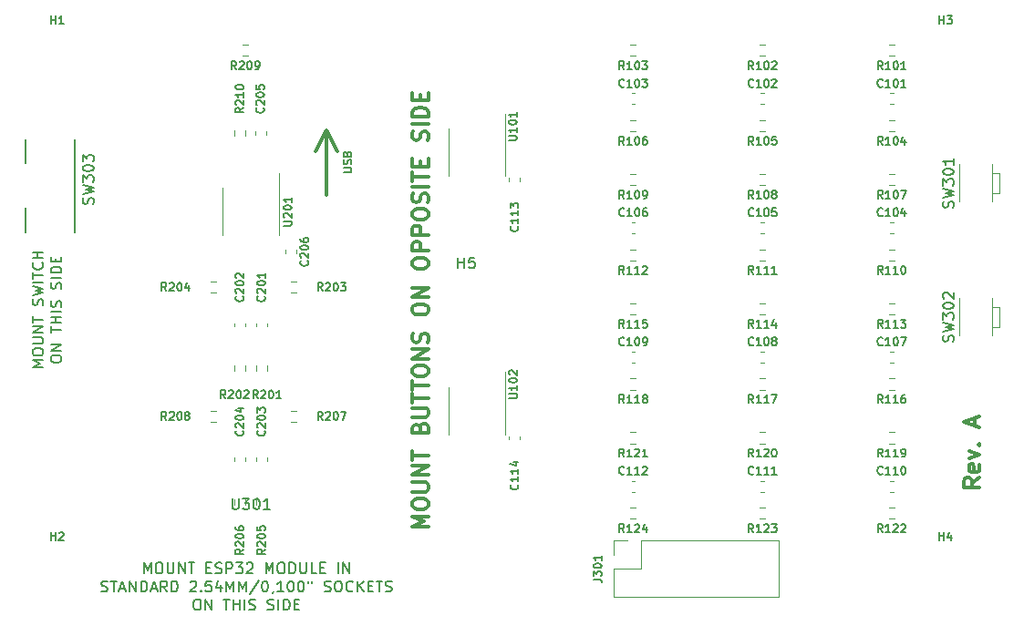
<source format=gbr>
%TF.GenerationSoftware,KiCad,Pcbnew,5.1.12-84ad8e8a86~92~ubuntu20.04.1*%
%TF.CreationDate,2022-04-07T20:47:10+02:00*%
%TF.ProjectId,bkm-15r-mini,626b6d2d-3135-4722-9d6d-696e692e6b69,rev?*%
%TF.SameCoordinates,Original*%
%TF.FileFunction,Legend,Top*%
%TF.FilePolarity,Positive*%
%FSLAX46Y46*%
G04 Gerber Fmt 4.6, Leading zero omitted, Abs format (unit mm)*
G04 Created by KiCad (PCBNEW 5.1.12-84ad8e8a86~92~ubuntu20.04.1) date 2022-04-07 20:47:10*
%MOMM*%
%LPD*%
G01*
G04 APERTURE LIST*
%ADD10C,0.300000*%
%ADD11C,0.150000*%
%ADD12C,0.200000*%
%ADD13C,0.120000*%
G04 APERTURE END LIST*
D10*
X178178571Y-69821428D02*
X177464285Y-70321428D01*
X178178571Y-70678571D02*
X176678571Y-70678571D01*
X176678571Y-70107142D01*
X176750000Y-69964285D01*
X176821428Y-69892857D01*
X176964285Y-69821428D01*
X177178571Y-69821428D01*
X177321428Y-69892857D01*
X177392857Y-69964285D01*
X177464285Y-70107142D01*
X177464285Y-70678571D01*
X178107142Y-68607142D02*
X178178571Y-68750000D01*
X178178571Y-69035714D01*
X178107142Y-69178571D01*
X177964285Y-69250000D01*
X177392857Y-69250000D01*
X177250000Y-69178571D01*
X177178571Y-69035714D01*
X177178571Y-68750000D01*
X177250000Y-68607142D01*
X177392857Y-68535714D01*
X177535714Y-68535714D01*
X177678571Y-69250000D01*
X177178571Y-68035714D02*
X178178571Y-67678571D01*
X177178571Y-67321428D01*
X178035714Y-66750000D02*
X178107142Y-66678571D01*
X178178571Y-66750000D01*
X178107142Y-66821428D01*
X178035714Y-66750000D01*
X178178571Y-66750000D01*
X177750000Y-64964285D02*
X177750000Y-64250000D01*
X178178571Y-65107142D02*
X176678571Y-64607142D01*
X178178571Y-64107142D01*
D11*
X119089285Y-41446428D02*
X119696428Y-41446428D01*
X119767857Y-41410714D01*
X119803571Y-41375000D01*
X119839285Y-41303571D01*
X119839285Y-41160714D01*
X119803571Y-41089285D01*
X119767857Y-41053571D01*
X119696428Y-41017857D01*
X119089285Y-41017857D01*
X119803571Y-40696428D02*
X119839285Y-40589285D01*
X119839285Y-40410714D01*
X119803571Y-40339285D01*
X119767857Y-40303571D01*
X119696428Y-40267857D01*
X119625000Y-40267857D01*
X119553571Y-40303571D01*
X119517857Y-40339285D01*
X119482142Y-40410714D01*
X119446428Y-40553571D01*
X119410714Y-40625000D01*
X119375000Y-40660714D01*
X119303571Y-40696428D01*
X119232142Y-40696428D01*
X119160714Y-40660714D01*
X119125000Y-40625000D01*
X119089285Y-40553571D01*
X119089285Y-40375000D01*
X119125000Y-40267857D01*
X119446428Y-39696428D02*
X119482142Y-39589285D01*
X119517857Y-39553571D01*
X119589285Y-39517857D01*
X119696428Y-39517857D01*
X119767857Y-39553571D01*
X119803571Y-39589285D01*
X119839285Y-39660714D01*
X119839285Y-39946428D01*
X119089285Y-39946428D01*
X119089285Y-39696428D01*
X119125000Y-39625000D01*
X119160714Y-39589285D01*
X119232142Y-39553571D01*
X119303571Y-39553571D01*
X119375000Y-39589285D01*
X119410714Y-39625000D01*
X119446428Y-39696428D01*
X119446428Y-39946428D01*
D10*
X117500000Y-37500000D02*
X116500000Y-39500000D01*
X117500000Y-37500000D02*
X118500000Y-39500000D01*
X117500000Y-43500000D02*
X117500000Y-37500000D01*
X126994091Y-74387137D02*
X125494091Y-74387137D01*
X126565520Y-73887137D01*
X125494091Y-73387137D01*
X126994091Y-73387137D01*
X125494091Y-72387137D02*
X125494091Y-72101422D01*
X125565520Y-71958565D01*
X125708377Y-71815708D01*
X125994091Y-71744280D01*
X126494091Y-71744280D01*
X126779805Y-71815708D01*
X126922662Y-71958565D01*
X126994091Y-72101422D01*
X126994091Y-72387137D01*
X126922662Y-72529994D01*
X126779805Y-72672851D01*
X126494091Y-72744280D01*
X125994091Y-72744280D01*
X125708377Y-72672851D01*
X125565520Y-72529994D01*
X125494091Y-72387137D01*
X125494091Y-71101422D02*
X126708377Y-71101422D01*
X126851234Y-71029994D01*
X126922662Y-70958565D01*
X126994091Y-70815708D01*
X126994091Y-70529994D01*
X126922662Y-70387137D01*
X126851234Y-70315708D01*
X126708377Y-70244280D01*
X125494091Y-70244280D01*
X126994091Y-69529994D02*
X125494091Y-69529994D01*
X126994091Y-68672851D01*
X125494091Y-68672851D01*
X125494091Y-68172851D02*
X125494091Y-67315708D01*
X126994091Y-67744280D02*
X125494091Y-67744280D01*
X126208377Y-65172851D02*
X126279805Y-64958565D01*
X126351234Y-64887137D01*
X126494091Y-64815708D01*
X126708377Y-64815708D01*
X126851234Y-64887137D01*
X126922662Y-64958565D01*
X126994091Y-65101422D01*
X126994091Y-65672851D01*
X125494091Y-65672851D01*
X125494091Y-65172851D01*
X125565520Y-65029994D01*
X125636948Y-64958565D01*
X125779805Y-64887137D01*
X125922662Y-64887137D01*
X126065520Y-64958565D01*
X126136948Y-65029994D01*
X126208377Y-65172851D01*
X126208377Y-65672851D01*
X125494091Y-64172851D02*
X126708377Y-64172851D01*
X126851234Y-64101422D01*
X126922662Y-64029994D01*
X126994091Y-63887137D01*
X126994091Y-63601422D01*
X126922662Y-63458565D01*
X126851234Y-63387137D01*
X126708377Y-63315708D01*
X125494091Y-63315708D01*
X125494091Y-62815708D02*
X125494091Y-61958565D01*
X126994091Y-62387137D02*
X125494091Y-62387137D01*
X125494091Y-61672851D02*
X125494091Y-60815708D01*
X126994091Y-61244280D02*
X125494091Y-61244280D01*
X125494091Y-60029994D02*
X125494091Y-59744280D01*
X125565520Y-59601422D01*
X125708377Y-59458565D01*
X125994091Y-59387137D01*
X126494091Y-59387137D01*
X126779805Y-59458565D01*
X126922662Y-59601422D01*
X126994091Y-59744280D01*
X126994091Y-60029994D01*
X126922662Y-60172851D01*
X126779805Y-60315708D01*
X126494091Y-60387137D01*
X125994091Y-60387137D01*
X125708377Y-60315708D01*
X125565520Y-60172851D01*
X125494091Y-60029994D01*
X126994091Y-58744280D02*
X125494091Y-58744280D01*
X126994091Y-57887137D01*
X125494091Y-57887137D01*
X126922662Y-57244280D02*
X126994091Y-57029994D01*
X126994091Y-56672851D01*
X126922662Y-56529994D01*
X126851234Y-56458565D01*
X126708377Y-56387137D01*
X126565520Y-56387137D01*
X126422662Y-56458565D01*
X126351234Y-56529994D01*
X126279805Y-56672851D01*
X126208377Y-56958565D01*
X126136948Y-57101422D01*
X126065520Y-57172851D01*
X125922662Y-57244280D01*
X125779805Y-57244280D01*
X125636948Y-57172851D01*
X125565520Y-57101422D01*
X125494091Y-56958565D01*
X125494091Y-56601422D01*
X125565520Y-56387137D01*
X125494091Y-54315708D02*
X125494091Y-54029994D01*
X125565520Y-53887137D01*
X125708377Y-53744280D01*
X125994091Y-53672851D01*
X126494091Y-53672851D01*
X126779805Y-53744280D01*
X126922662Y-53887137D01*
X126994091Y-54029994D01*
X126994091Y-54315708D01*
X126922662Y-54458565D01*
X126779805Y-54601422D01*
X126494091Y-54672851D01*
X125994091Y-54672851D01*
X125708377Y-54601422D01*
X125565520Y-54458565D01*
X125494091Y-54315708D01*
X126994091Y-53029994D02*
X125494091Y-53029994D01*
X126994091Y-52172851D01*
X125494091Y-52172851D01*
X125494091Y-50029994D02*
X125494091Y-49744280D01*
X125565520Y-49601422D01*
X125708377Y-49458565D01*
X125994091Y-49387137D01*
X126494091Y-49387137D01*
X126779805Y-49458565D01*
X126922662Y-49601422D01*
X126994091Y-49744280D01*
X126994091Y-50029994D01*
X126922662Y-50172851D01*
X126779805Y-50315708D01*
X126494091Y-50387137D01*
X125994091Y-50387137D01*
X125708377Y-50315708D01*
X125565520Y-50172851D01*
X125494091Y-50029994D01*
X126994091Y-48744280D02*
X125494091Y-48744280D01*
X125494091Y-48172851D01*
X125565520Y-48029994D01*
X125636948Y-47958565D01*
X125779805Y-47887137D01*
X125994091Y-47887137D01*
X126136948Y-47958565D01*
X126208377Y-48029994D01*
X126279805Y-48172851D01*
X126279805Y-48744280D01*
X126994091Y-47244280D02*
X125494091Y-47244280D01*
X125494091Y-46672851D01*
X125565520Y-46529994D01*
X125636948Y-46458565D01*
X125779805Y-46387137D01*
X125994091Y-46387137D01*
X126136948Y-46458565D01*
X126208377Y-46529994D01*
X126279805Y-46672851D01*
X126279805Y-47244280D01*
X125494091Y-45458565D02*
X125494091Y-45172851D01*
X125565520Y-45029994D01*
X125708377Y-44887137D01*
X125994091Y-44815708D01*
X126494091Y-44815708D01*
X126779805Y-44887137D01*
X126922662Y-45029994D01*
X126994091Y-45172851D01*
X126994091Y-45458565D01*
X126922662Y-45601422D01*
X126779805Y-45744280D01*
X126494091Y-45815708D01*
X125994091Y-45815708D01*
X125708377Y-45744280D01*
X125565520Y-45601422D01*
X125494091Y-45458565D01*
X126922662Y-44244280D02*
X126994091Y-44029994D01*
X126994091Y-43672851D01*
X126922662Y-43529994D01*
X126851234Y-43458565D01*
X126708377Y-43387137D01*
X126565520Y-43387137D01*
X126422662Y-43458565D01*
X126351234Y-43529994D01*
X126279805Y-43672851D01*
X126208377Y-43958565D01*
X126136948Y-44101422D01*
X126065520Y-44172851D01*
X125922662Y-44244280D01*
X125779805Y-44244280D01*
X125636948Y-44172851D01*
X125565520Y-44101422D01*
X125494091Y-43958565D01*
X125494091Y-43601422D01*
X125565520Y-43387137D01*
X126994091Y-42744280D02*
X125494091Y-42744280D01*
X125494091Y-42244280D02*
X125494091Y-41387137D01*
X126994091Y-41815708D02*
X125494091Y-41815708D01*
X126208377Y-40887137D02*
X126208377Y-40387137D01*
X126994091Y-40172851D02*
X126994091Y-40887137D01*
X125494091Y-40887137D01*
X125494091Y-40172851D01*
X126922662Y-38458565D02*
X126994091Y-38244280D01*
X126994091Y-37887137D01*
X126922662Y-37744280D01*
X126851234Y-37672851D01*
X126708377Y-37601422D01*
X126565520Y-37601422D01*
X126422662Y-37672851D01*
X126351234Y-37744280D01*
X126279805Y-37887137D01*
X126208377Y-38172851D01*
X126136948Y-38315708D01*
X126065520Y-38387137D01*
X125922662Y-38458565D01*
X125779805Y-38458565D01*
X125636948Y-38387137D01*
X125565520Y-38315708D01*
X125494091Y-38172851D01*
X125494091Y-37815708D01*
X125565520Y-37601422D01*
X126994091Y-36958565D02*
X125494091Y-36958565D01*
X126994091Y-36244280D02*
X125494091Y-36244280D01*
X125494091Y-35887137D01*
X125565520Y-35672851D01*
X125708377Y-35529994D01*
X125851234Y-35458565D01*
X126136948Y-35387137D01*
X126351234Y-35387137D01*
X126636948Y-35458565D01*
X126779805Y-35529994D01*
X126922662Y-35672851D01*
X126994091Y-35887137D01*
X126994091Y-36244280D01*
X126208377Y-34744280D02*
X126208377Y-34244280D01*
X126994091Y-34029994D02*
X126994091Y-34744280D01*
X125494091Y-34744280D01*
X125494091Y-34029994D01*
D12*
X91221500Y-59545542D02*
X90221500Y-59545542D01*
X90935786Y-59212209D01*
X90221500Y-58878876D01*
X91221500Y-58878876D01*
X90221500Y-58212209D02*
X90221500Y-58021733D01*
X90269120Y-57926495D01*
X90364358Y-57831257D01*
X90554834Y-57783638D01*
X90888167Y-57783638D01*
X91078643Y-57831257D01*
X91173881Y-57926495D01*
X91221500Y-58021733D01*
X91221500Y-58212209D01*
X91173881Y-58307447D01*
X91078643Y-58402685D01*
X90888167Y-58450304D01*
X90554834Y-58450304D01*
X90364358Y-58402685D01*
X90269120Y-58307447D01*
X90221500Y-58212209D01*
X90221500Y-57355066D02*
X91031024Y-57355066D01*
X91126262Y-57307447D01*
X91173881Y-57259828D01*
X91221500Y-57164590D01*
X91221500Y-56974114D01*
X91173881Y-56878876D01*
X91126262Y-56831257D01*
X91031024Y-56783638D01*
X90221500Y-56783638D01*
X91221500Y-56307447D02*
X90221500Y-56307447D01*
X91221500Y-55736019D01*
X90221500Y-55736019D01*
X90221500Y-55402685D02*
X90221500Y-54831257D01*
X91221500Y-55116971D02*
X90221500Y-55116971D01*
X91173881Y-53783638D02*
X91221500Y-53640780D01*
X91221500Y-53402685D01*
X91173881Y-53307447D01*
X91126262Y-53259828D01*
X91031024Y-53212209D01*
X90935786Y-53212209D01*
X90840548Y-53259828D01*
X90792929Y-53307447D01*
X90745310Y-53402685D01*
X90697691Y-53593161D01*
X90650072Y-53688400D01*
X90602453Y-53736019D01*
X90507215Y-53783638D01*
X90411977Y-53783638D01*
X90316739Y-53736019D01*
X90269120Y-53688400D01*
X90221500Y-53593161D01*
X90221500Y-53355066D01*
X90269120Y-53212209D01*
X90221500Y-52878876D02*
X91221500Y-52640780D01*
X90507215Y-52450304D01*
X91221500Y-52259828D01*
X90221500Y-52021733D01*
X91221500Y-51640780D02*
X90221500Y-51640780D01*
X90221500Y-51307447D02*
X90221500Y-50736019D01*
X91221500Y-51021733D02*
X90221500Y-51021733D01*
X91126262Y-49831257D02*
X91173881Y-49878876D01*
X91221500Y-50021733D01*
X91221500Y-50116971D01*
X91173881Y-50259828D01*
X91078643Y-50355066D01*
X90983405Y-50402685D01*
X90792929Y-50450304D01*
X90650072Y-50450304D01*
X90459596Y-50402685D01*
X90364358Y-50355066D01*
X90269120Y-50259828D01*
X90221500Y-50116971D01*
X90221500Y-50021733D01*
X90269120Y-49878876D01*
X90316739Y-49831257D01*
X91221500Y-49402685D02*
X90221500Y-49402685D01*
X90697691Y-49402685D02*
X90697691Y-48831257D01*
X91221500Y-48831257D02*
X90221500Y-48831257D01*
X91921500Y-58855066D02*
X91921500Y-58664590D01*
X91969120Y-58569352D01*
X92064358Y-58474114D01*
X92254834Y-58426495D01*
X92588167Y-58426495D01*
X92778643Y-58474114D01*
X92873881Y-58569352D01*
X92921500Y-58664590D01*
X92921500Y-58855066D01*
X92873881Y-58950304D01*
X92778643Y-59045542D01*
X92588167Y-59093161D01*
X92254834Y-59093161D01*
X92064358Y-59045542D01*
X91969120Y-58950304D01*
X91921500Y-58855066D01*
X92921500Y-57997923D02*
X91921500Y-57997923D01*
X92921500Y-57426495D01*
X91921500Y-57426495D01*
X91921500Y-56331257D02*
X91921500Y-55759828D01*
X92921500Y-56045542D02*
X91921500Y-56045542D01*
X92921500Y-55426495D02*
X91921500Y-55426495D01*
X92397691Y-55426495D02*
X92397691Y-54855066D01*
X92921500Y-54855066D02*
X91921500Y-54855066D01*
X92921500Y-54378876D02*
X91921500Y-54378876D01*
X92873881Y-53950304D02*
X92921500Y-53807447D01*
X92921500Y-53569352D01*
X92873881Y-53474114D01*
X92826262Y-53426495D01*
X92731024Y-53378876D01*
X92635786Y-53378876D01*
X92540548Y-53426495D01*
X92492929Y-53474114D01*
X92445310Y-53569352D01*
X92397691Y-53759828D01*
X92350072Y-53855066D01*
X92302453Y-53902685D01*
X92207215Y-53950304D01*
X92111977Y-53950304D01*
X92016739Y-53902685D01*
X91969120Y-53855066D01*
X91921500Y-53759828D01*
X91921500Y-53521733D01*
X91969120Y-53378876D01*
X92873881Y-52236019D02*
X92921500Y-52093161D01*
X92921500Y-51855066D01*
X92873881Y-51759828D01*
X92826262Y-51712209D01*
X92731024Y-51664590D01*
X92635786Y-51664590D01*
X92540548Y-51712209D01*
X92492929Y-51759828D01*
X92445310Y-51855066D01*
X92397691Y-52045542D01*
X92350072Y-52140780D01*
X92302453Y-52188400D01*
X92207215Y-52236019D01*
X92111977Y-52236019D01*
X92016739Y-52188400D01*
X91969120Y-52140780D01*
X91921500Y-52045542D01*
X91921500Y-51807447D01*
X91969120Y-51664590D01*
X92921500Y-51236019D02*
X91921500Y-51236019D01*
X92921500Y-50759828D02*
X91921500Y-50759828D01*
X91921500Y-50521733D01*
X91969120Y-50378876D01*
X92064358Y-50283638D01*
X92159596Y-50236019D01*
X92350072Y-50188400D01*
X92492929Y-50188400D01*
X92683405Y-50236019D01*
X92778643Y-50283638D01*
X92873881Y-50378876D01*
X92921500Y-50521733D01*
X92921500Y-50759828D01*
X92397691Y-49759828D02*
X92397691Y-49426495D01*
X92921500Y-49283638D02*
X92921500Y-49759828D01*
X91921500Y-49759828D01*
X91921500Y-49283638D01*
X100557620Y-78701460D02*
X100557620Y-77701460D01*
X100890954Y-78415746D01*
X101224287Y-77701460D01*
X101224287Y-78701460D01*
X101890954Y-77701460D02*
X102081430Y-77701460D01*
X102176668Y-77749080D01*
X102271906Y-77844318D01*
X102319525Y-78034794D01*
X102319525Y-78368127D01*
X102271906Y-78558603D01*
X102176668Y-78653841D01*
X102081430Y-78701460D01*
X101890954Y-78701460D01*
X101795716Y-78653841D01*
X101700478Y-78558603D01*
X101652859Y-78368127D01*
X101652859Y-78034794D01*
X101700478Y-77844318D01*
X101795716Y-77749080D01*
X101890954Y-77701460D01*
X102748097Y-77701460D02*
X102748097Y-78510984D01*
X102795716Y-78606222D01*
X102843335Y-78653841D01*
X102938573Y-78701460D01*
X103129049Y-78701460D01*
X103224287Y-78653841D01*
X103271906Y-78606222D01*
X103319525Y-78510984D01*
X103319525Y-77701460D01*
X103795716Y-78701460D02*
X103795716Y-77701460D01*
X104367144Y-78701460D01*
X104367144Y-77701460D01*
X104700478Y-77701460D02*
X105271906Y-77701460D01*
X104986192Y-78701460D02*
X104986192Y-77701460D01*
X106367144Y-78177651D02*
X106700478Y-78177651D01*
X106843335Y-78701460D02*
X106367144Y-78701460D01*
X106367144Y-77701460D01*
X106843335Y-77701460D01*
X107224287Y-78653841D02*
X107367144Y-78701460D01*
X107605240Y-78701460D01*
X107700478Y-78653841D01*
X107748097Y-78606222D01*
X107795716Y-78510984D01*
X107795716Y-78415746D01*
X107748097Y-78320508D01*
X107700478Y-78272889D01*
X107605240Y-78225270D01*
X107414763Y-78177651D01*
X107319525Y-78130032D01*
X107271906Y-78082413D01*
X107224287Y-77987175D01*
X107224287Y-77891937D01*
X107271906Y-77796699D01*
X107319525Y-77749080D01*
X107414763Y-77701460D01*
X107652859Y-77701460D01*
X107795716Y-77749080D01*
X108224287Y-78701460D02*
X108224287Y-77701460D01*
X108605240Y-77701460D01*
X108700478Y-77749080D01*
X108748097Y-77796699D01*
X108795716Y-77891937D01*
X108795716Y-78034794D01*
X108748097Y-78130032D01*
X108700478Y-78177651D01*
X108605240Y-78225270D01*
X108224287Y-78225270D01*
X109129049Y-77701460D02*
X109748097Y-77701460D01*
X109414763Y-78082413D01*
X109557620Y-78082413D01*
X109652859Y-78130032D01*
X109700478Y-78177651D01*
X109748097Y-78272889D01*
X109748097Y-78510984D01*
X109700478Y-78606222D01*
X109652859Y-78653841D01*
X109557620Y-78701460D01*
X109271906Y-78701460D01*
X109176668Y-78653841D01*
X109129049Y-78606222D01*
X110129049Y-77796699D02*
X110176668Y-77749080D01*
X110271906Y-77701460D01*
X110510001Y-77701460D01*
X110605240Y-77749080D01*
X110652859Y-77796699D01*
X110700478Y-77891937D01*
X110700478Y-77987175D01*
X110652859Y-78130032D01*
X110081430Y-78701460D01*
X110700478Y-78701460D01*
X111890954Y-78701460D02*
X111890954Y-77701460D01*
X112224287Y-78415746D01*
X112557620Y-77701460D01*
X112557620Y-78701460D01*
X113224287Y-77701460D02*
X113414763Y-77701460D01*
X113510001Y-77749080D01*
X113605240Y-77844318D01*
X113652859Y-78034794D01*
X113652859Y-78368127D01*
X113605240Y-78558603D01*
X113510001Y-78653841D01*
X113414763Y-78701460D01*
X113224287Y-78701460D01*
X113129049Y-78653841D01*
X113033811Y-78558603D01*
X112986192Y-78368127D01*
X112986192Y-78034794D01*
X113033811Y-77844318D01*
X113129049Y-77749080D01*
X113224287Y-77701460D01*
X114081430Y-78701460D02*
X114081430Y-77701460D01*
X114319525Y-77701460D01*
X114462382Y-77749080D01*
X114557620Y-77844318D01*
X114605240Y-77939556D01*
X114652859Y-78130032D01*
X114652859Y-78272889D01*
X114605240Y-78463365D01*
X114557620Y-78558603D01*
X114462382Y-78653841D01*
X114319525Y-78701460D01*
X114081430Y-78701460D01*
X115081430Y-77701460D02*
X115081430Y-78510984D01*
X115129049Y-78606222D01*
X115176668Y-78653841D01*
X115271906Y-78701460D01*
X115462382Y-78701460D01*
X115557620Y-78653841D01*
X115605240Y-78606222D01*
X115652859Y-78510984D01*
X115652859Y-77701460D01*
X116605240Y-78701460D02*
X116129049Y-78701460D01*
X116129049Y-77701460D01*
X116938573Y-78177651D02*
X117271906Y-78177651D01*
X117414763Y-78701460D02*
X116938573Y-78701460D01*
X116938573Y-77701460D01*
X117414763Y-77701460D01*
X118605240Y-78701460D02*
X118605240Y-77701460D01*
X119081430Y-78701460D02*
X119081430Y-77701460D01*
X119652859Y-78701460D01*
X119652859Y-77701460D01*
X96629049Y-80353841D02*
X96771906Y-80401460D01*
X97010001Y-80401460D01*
X97105240Y-80353841D01*
X97152859Y-80306222D01*
X97200478Y-80210984D01*
X97200478Y-80115746D01*
X97152859Y-80020508D01*
X97105240Y-79972889D01*
X97010001Y-79925270D01*
X96819525Y-79877651D01*
X96724287Y-79830032D01*
X96676668Y-79782413D01*
X96629049Y-79687175D01*
X96629049Y-79591937D01*
X96676668Y-79496699D01*
X96724287Y-79449080D01*
X96819525Y-79401460D01*
X97057620Y-79401460D01*
X97200478Y-79449080D01*
X97486192Y-79401460D02*
X98057620Y-79401460D01*
X97771906Y-80401460D02*
X97771906Y-79401460D01*
X98343335Y-80115746D02*
X98819525Y-80115746D01*
X98248097Y-80401460D02*
X98581430Y-79401460D01*
X98914763Y-80401460D01*
X99248097Y-80401460D02*
X99248097Y-79401460D01*
X99819525Y-80401460D01*
X99819525Y-79401460D01*
X100295716Y-80401460D02*
X100295716Y-79401460D01*
X100533811Y-79401460D01*
X100676668Y-79449080D01*
X100771906Y-79544318D01*
X100819525Y-79639556D01*
X100867144Y-79830032D01*
X100867144Y-79972889D01*
X100819525Y-80163365D01*
X100771906Y-80258603D01*
X100676668Y-80353841D01*
X100533811Y-80401460D01*
X100295716Y-80401460D01*
X101248097Y-80115746D02*
X101724287Y-80115746D01*
X101152859Y-80401460D02*
X101486192Y-79401460D01*
X101819525Y-80401460D01*
X102724287Y-80401460D02*
X102390954Y-79925270D01*
X102152859Y-80401460D02*
X102152859Y-79401460D01*
X102533811Y-79401460D01*
X102629049Y-79449080D01*
X102676668Y-79496699D01*
X102724287Y-79591937D01*
X102724287Y-79734794D01*
X102676668Y-79830032D01*
X102629049Y-79877651D01*
X102533811Y-79925270D01*
X102152859Y-79925270D01*
X103152859Y-80401460D02*
X103152859Y-79401460D01*
X103390954Y-79401460D01*
X103533811Y-79449080D01*
X103629049Y-79544318D01*
X103676668Y-79639556D01*
X103724287Y-79830032D01*
X103724287Y-79972889D01*
X103676668Y-80163365D01*
X103629049Y-80258603D01*
X103533811Y-80353841D01*
X103390954Y-80401460D01*
X103152859Y-80401460D01*
X104867144Y-79496699D02*
X104914763Y-79449080D01*
X105010001Y-79401460D01*
X105248097Y-79401460D01*
X105343335Y-79449080D01*
X105390954Y-79496699D01*
X105438573Y-79591937D01*
X105438573Y-79687175D01*
X105390954Y-79830032D01*
X104819525Y-80401460D01*
X105438573Y-80401460D01*
X105867144Y-80306222D02*
X105914763Y-80353841D01*
X105867144Y-80401460D01*
X105819525Y-80353841D01*
X105867144Y-80306222D01*
X105867144Y-80401460D01*
X106819525Y-79401460D02*
X106343335Y-79401460D01*
X106295716Y-79877651D01*
X106343335Y-79830032D01*
X106438573Y-79782413D01*
X106676668Y-79782413D01*
X106771906Y-79830032D01*
X106819525Y-79877651D01*
X106867144Y-79972889D01*
X106867144Y-80210984D01*
X106819525Y-80306222D01*
X106771906Y-80353841D01*
X106676668Y-80401460D01*
X106438573Y-80401460D01*
X106343335Y-80353841D01*
X106295716Y-80306222D01*
X107724287Y-79734794D02*
X107724287Y-80401460D01*
X107486192Y-79353841D02*
X107248097Y-80068127D01*
X107867144Y-80068127D01*
X108248097Y-80401460D02*
X108248097Y-79401460D01*
X108581430Y-80115746D01*
X108914763Y-79401460D01*
X108914763Y-80401460D01*
X109390954Y-80401460D02*
X109390954Y-79401460D01*
X109724287Y-80115746D01*
X110057620Y-79401460D01*
X110057620Y-80401460D01*
X111248097Y-79353841D02*
X110390954Y-80639556D01*
X111771906Y-79401460D02*
X111867144Y-79401460D01*
X111962382Y-79449080D01*
X112010001Y-79496699D01*
X112057620Y-79591937D01*
X112105239Y-79782413D01*
X112105239Y-80020508D01*
X112057620Y-80210984D01*
X112010001Y-80306222D01*
X111962382Y-80353841D01*
X111867144Y-80401460D01*
X111771906Y-80401460D01*
X111676668Y-80353841D01*
X111629049Y-80306222D01*
X111581430Y-80210984D01*
X111533811Y-80020508D01*
X111533811Y-79782413D01*
X111581430Y-79591937D01*
X111629049Y-79496699D01*
X111676668Y-79449080D01*
X111771906Y-79401460D01*
X112581430Y-80353841D02*
X112581430Y-80401460D01*
X112533811Y-80496699D01*
X112486192Y-80544318D01*
X113533811Y-80401460D02*
X112962382Y-80401460D01*
X113248097Y-80401460D02*
X113248097Y-79401460D01*
X113152859Y-79544318D01*
X113057620Y-79639556D01*
X112962382Y-79687175D01*
X114152859Y-79401460D02*
X114248097Y-79401460D01*
X114343335Y-79449080D01*
X114390954Y-79496699D01*
X114438573Y-79591937D01*
X114486192Y-79782413D01*
X114486192Y-80020508D01*
X114438573Y-80210984D01*
X114390954Y-80306222D01*
X114343335Y-80353841D01*
X114248097Y-80401460D01*
X114152859Y-80401460D01*
X114057620Y-80353841D01*
X114010001Y-80306222D01*
X113962382Y-80210984D01*
X113914763Y-80020508D01*
X113914763Y-79782413D01*
X113962382Y-79591937D01*
X114010001Y-79496699D01*
X114057620Y-79449080D01*
X114152859Y-79401460D01*
X115105239Y-79401460D02*
X115200478Y-79401460D01*
X115295716Y-79449080D01*
X115343335Y-79496699D01*
X115390954Y-79591937D01*
X115438573Y-79782413D01*
X115438573Y-80020508D01*
X115390954Y-80210984D01*
X115343335Y-80306222D01*
X115295716Y-80353841D01*
X115200478Y-80401460D01*
X115105239Y-80401460D01*
X115010001Y-80353841D01*
X114962382Y-80306222D01*
X114914763Y-80210984D01*
X114867144Y-80020508D01*
X114867144Y-79782413D01*
X114914763Y-79591937D01*
X114962382Y-79496699D01*
X115010001Y-79449080D01*
X115105239Y-79401460D01*
X115819525Y-79401460D02*
X115819525Y-79591937D01*
X116200478Y-79401460D02*
X116200478Y-79591937D01*
X117343335Y-80353841D02*
X117486192Y-80401460D01*
X117724287Y-80401460D01*
X117819525Y-80353841D01*
X117867144Y-80306222D01*
X117914763Y-80210984D01*
X117914763Y-80115746D01*
X117867144Y-80020508D01*
X117819525Y-79972889D01*
X117724287Y-79925270D01*
X117533811Y-79877651D01*
X117438573Y-79830032D01*
X117390954Y-79782413D01*
X117343335Y-79687175D01*
X117343335Y-79591937D01*
X117390954Y-79496699D01*
X117438573Y-79449080D01*
X117533811Y-79401460D01*
X117771906Y-79401460D01*
X117914763Y-79449080D01*
X118533811Y-79401460D02*
X118724287Y-79401460D01*
X118819525Y-79449080D01*
X118914763Y-79544318D01*
X118962382Y-79734794D01*
X118962382Y-80068127D01*
X118914763Y-80258603D01*
X118819525Y-80353841D01*
X118724287Y-80401460D01*
X118533811Y-80401460D01*
X118438573Y-80353841D01*
X118343335Y-80258603D01*
X118295716Y-80068127D01*
X118295716Y-79734794D01*
X118343335Y-79544318D01*
X118438573Y-79449080D01*
X118533811Y-79401460D01*
X119962382Y-80306222D02*
X119914763Y-80353841D01*
X119771906Y-80401460D01*
X119676668Y-80401460D01*
X119533811Y-80353841D01*
X119438573Y-80258603D01*
X119390954Y-80163365D01*
X119343335Y-79972889D01*
X119343335Y-79830032D01*
X119390954Y-79639556D01*
X119438573Y-79544318D01*
X119533811Y-79449080D01*
X119676668Y-79401460D01*
X119771906Y-79401460D01*
X119914763Y-79449080D01*
X119962382Y-79496699D01*
X120390954Y-80401460D02*
X120390954Y-79401460D01*
X120962382Y-80401460D02*
X120533811Y-79830032D01*
X120962382Y-79401460D02*
X120390954Y-79972889D01*
X121390954Y-79877651D02*
X121724287Y-79877651D01*
X121867144Y-80401460D02*
X121390954Y-80401460D01*
X121390954Y-79401460D01*
X121867144Y-79401460D01*
X122152859Y-79401460D02*
X122724287Y-79401460D01*
X122438573Y-80401460D02*
X122438573Y-79401460D01*
X123010001Y-80353841D02*
X123152859Y-80401460D01*
X123390954Y-80401460D01*
X123486192Y-80353841D01*
X123533811Y-80306222D01*
X123581430Y-80210984D01*
X123581430Y-80115746D01*
X123533811Y-80020508D01*
X123486192Y-79972889D01*
X123390954Y-79925270D01*
X123200478Y-79877651D01*
X123105239Y-79830032D01*
X123057620Y-79782413D01*
X123010001Y-79687175D01*
X123010001Y-79591937D01*
X123057620Y-79496699D01*
X123105239Y-79449080D01*
X123200478Y-79401460D01*
X123438573Y-79401460D01*
X123581430Y-79449080D01*
X105438573Y-81101460D02*
X105629049Y-81101460D01*
X105724287Y-81149080D01*
X105819525Y-81244318D01*
X105867144Y-81434794D01*
X105867144Y-81768127D01*
X105819525Y-81958603D01*
X105724287Y-82053841D01*
X105629049Y-82101460D01*
X105438573Y-82101460D01*
X105343335Y-82053841D01*
X105248097Y-81958603D01*
X105200478Y-81768127D01*
X105200478Y-81434794D01*
X105248097Y-81244318D01*
X105343335Y-81149080D01*
X105438573Y-81101460D01*
X106295716Y-82101460D02*
X106295716Y-81101460D01*
X106867144Y-82101460D01*
X106867144Y-81101460D01*
X107962382Y-81101460D02*
X108533811Y-81101460D01*
X108248097Y-82101460D02*
X108248097Y-81101460D01*
X108867144Y-82101460D02*
X108867144Y-81101460D01*
X108867144Y-81577651D02*
X109438573Y-81577651D01*
X109438573Y-82101460D02*
X109438573Y-81101460D01*
X109914763Y-82101460D02*
X109914763Y-81101460D01*
X110343335Y-82053841D02*
X110486192Y-82101460D01*
X110724287Y-82101460D01*
X110819525Y-82053841D01*
X110867144Y-82006222D01*
X110914763Y-81910984D01*
X110914763Y-81815746D01*
X110867144Y-81720508D01*
X110819525Y-81672889D01*
X110724287Y-81625270D01*
X110533811Y-81577651D01*
X110438573Y-81530032D01*
X110390954Y-81482413D01*
X110343335Y-81387175D01*
X110343335Y-81291937D01*
X110390954Y-81196699D01*
X110438573Y-81149080D01*
X110533811Y-81101460D01*
X110771906Y-81101460D01*
X110914763Y-81149080D01*
X112057620Y-82053841D02*
X112200478Y-82101460D01*
X112438573Y-82101460D01*
X112533811Y-82053841D01*
X112581430Y-82006222D01*
X112629049Y-81910984D01*
X112629049Y-81815746D01*
X112581430Y-81720508D01*
X112533811Y-81672889D01*
X112438573Y-81625270D01*
X112248097Y-81577651D01*
X112152859Y-81530032D01*
X112105240Y-81482413D01*
X112057620Y-81387175D01*
X112057620Y-81291937D01*
X112105240Y-81196699D01*
X112152859Y-81149080D01*
X112248097Y-81101460D01*
X112486192Y-81101460D01*
X112629049Y-81149080D01*
X113057620Y-82101460D02*
X113057620Y-81101460D01*
X113533811Y-82101460D02*
X113533811Y-81101460D01*
X113771906Y-81101460D01*
X113914763Y-81149080D01*
X114010001Y-81244318D01*
X114057620Y-81339556D01*
X114105240Y-81530032D01*
X114105240Y-81672889D01*
X114057620Y-81863365D01*
X114010001Y-81958603D01*
X113914763Y-82053841D01*
X113771906Y-82101460D01*
X113533811Y-82101460D01*
X114533811Y-81577651D02*
X114867144Y-81577651D01*
X115010001Y-82101460D02*
X114533811Y-82101460D01*
X114533811Y-81101460D01*
X115010001Y-81101460D01*
D13*
%TO.C,C102*%
X157853733Y-35110000D02*
X158146267Y-35110000D01*
X157853733Y-34090000D02*
X158146267Y-34090000D01*
%TO.C,C103*%
X145853733Y-34090000D02*
X146146267Y-34090000D01*
X145853733Y-35110000D02*
X146146267Y-35110000D01*
%TO.C,C101*%
X169853733Y-34090000D02*
X170146267Y-34090000D01*
X169853733Y-35110000D02*
X170146267Y-35110000D01*
%TO.C,C106*%
X145853733Y-46090000D02*
X146146267Y-46090000D01*
X145853733Y-47110000D02*
X146146267Y-47110000D01*
%TO.C,C104*%
X169853733Y-47110000D02*
X170146267Y-47110000D01*
X169853733Y-46090000D02*
X170146267Y-46090000D01*
%TO.C,C105*%
X157853733Y-46090000D02*
X158146267Y-46090000D01*
X157853733Y-47110000D02*
X158146267Y-47110000D01*
%TO.C,C109*%
X145853733Y-59110000D02*
X146146267Y-59110000D01*
X145853733Y-58090000D02*
X146146267Y-58090000D01*
%TO.C,C107*%
X169853733Y-59110000D02*
X170146267Y-59110000D01*
X169853733Y-58090000D02*
X170146267Y-58090000D01*
%TO.C,C108*%
X157853733Y-58090000D02*
X158146267Y-58090000D01*
X157853733Y-59110000D02*
X158146267Y-59110000D01*
%TO.C,C110*%
X169853733Y-71110000D02*
X170146267Y-71110000D01*
X169853733Y-70090000D02*
X170146267Y-70090000D01*
%TO.C,C111*%
X157853733Y-71110000D02*
X158146267Y-71110000D01*
X157853733Y-70090000D02*
X158146267Y-70090000D01*
%TO.C,C112*%
X145853733Y-71110000D02*
X146146267Y-71110000D01*
X145853733Y-70090000D02*
X146146267Y-70090000D01*
%TO.C,C113*%
X135510000Y-41953733D02*
X135510000Y-42246267D01*
X134490000Y-41953733D02*
X134490000Y-42246267D01*
%TO.C,C114*%
X134490000Y-65953733D02*
X134490000Y-66246267D01*
X135510000Y-65953733D02*
X135510000Y-66246267D01*
%TO.C,C201*%
X112010000Y-55453733D02*
X112010000Y-55746267D01*
X110990000Y-55453733D02*
X110990000Y-55746267D01*
%TO.C,C202*%
X110010000Y-55453733D02*
X110010000Y-55746267D01*
X108990000Y-55453733D02*
X108990000Y-55746267D01*
%TO.C,C203*%
X112010000Y-67953733D02*
X112010000Y-68246267D01*
X110990000Y-67953733D02*
X110990000Y-68246267D01*
%TO.C,C204*%
X108990000Y-67953733D02*
X108990000Y-68246267D01*
X110010000Y-67953733D02*
X110010000Y-68246267D01*
%TO.C,C205*%
X110890000Y-37946267D02*
X110890000Y-37653733D01*
X111910000Y-37946267D02*
X111910000Y-37653733D01*
%TO.C,C206*%
X114710000Y-48946267D02*
X114710000Y-48653733D01*
X113690000Y-48946267D02*
X113690000Y-48653733D01*
%TO.C,J301*%
X144170000Y-80870000D02*
X144170000Y-78270000D01*
X144170000Y-80870000D02*
X159530000Y-80870000D01*
X159530000Y-80870000D02*
X159530000Y-75670000D01*
X146770000Y-75670000D02*
X159530000Y-75670000D01*
X146770000Y-78270000D02*
X146770000Y-75670000D01*
X144170000Y-78270000D02*
X146770000Y-78270000D01*
X144170000Y-75670000D02*
X145500000Y-75670000D01*
X144170000Y-77000000D02*
X144170000Y-75670000D01*
%TO.C,R102*%
X158254724Y-29577500D02*
X157745276Y-29577500D01*
X158254724Y-30622500D02*
X157745276Y-30622500D01*
%TO.C,R103*%
X146254724Y-29577500D02*
X145745276Y-29577500D01*
X146254724Y-30622500D02*
X145745276Y-30622500D01*
%TO.C,R101*%
X170254724Y-30622500D02*
X169745276Y-30622500D01*
X170254724Y-29577500D02*
X169745276Y-29577500D01*
%TO.C,R105*%
X158254724Y-37622500D02*
X157745276Y-37622500D01*
X158254724Y-36577500D02*
X157745276Y-36577500D01*
%TO.C,R106*%
X146254724Y-37622500D02*
X145745276Y-37622500D01*
X146254724Y-36577500D02*
X145745276Y-36577500D01*
%TO.C,R104*%
X170254724Y-37622500D02*
X169745276Y-37622500D01*
X170254724Y-36577500D02*
X169745276Y-36577500D01*
%TO.C,R109*%
X146254724Y-42622500D02*
X145745276Y-42622500D01*
X146254724Y-41577500D02*
X145745276Y-41577500D01*
%TO.C,R107*%
X170254724Y-41577500D02*
X169745276Y-41577500D01*
X170254724Y-42622500D02*
X169745276Y-42622500D01*
%TO.C,R108*%
X158254724Y-41577500D02*
X157745276Y-41577500D01*
X158254724Y-42622500D02*
X157745276Y-42622500D01*
%TO.C,R112*%
X146254724Y-48577500D02*
X145745276Y-48577500D01*
X146254724Y-49622500D02*
X145745276Y-49622500D01*
%TO.C,R110*%
X170254724Y-48577500D02*
X169745276Y-48577500D01*
X170254724Y-49622500D02*
X169745276Y-49622500D01*
%TO.C,R111*%
X158254724Y-49622500D02*
X157745276Y-49622500D01*
X158254724Y-48577500D02*
X157745276Y-48577500D01*
%TO.C,R115*%
X146254724Y-54622500D02*
X145745276Y-54622500D01*
X146254724Y-53577500D02*
X145745276Y-53577500D01*
%TO.C,R113*%
X170254724Y-54622500D02*
X169745276Y-54622500D01*
X170254724Y-53577500D02*
X169745276Y-53577500D01*
%TO.C,R114*%
X158254724Y-53577500D02*
X157745276Y-53577500D01*
X158254724Y-54622500D02*
X157745276Y-54622500D01*
%TO.C,R118*%
X146254724Y-60577500D02*
X145745276Y-60577500D01*
X146254724Y-61622500D02*
X145745276Y-61622500D01*
%TO.C,R116*%
X170254724Y-60577500D02*
X169745276Y-60577500D01*
X170254724Y-61622500D02*
X169745276Y-61622500D01*
%TO.C,R117*%
X158254724Y-60577500D02*
X157745276Y-60577500D01*
X158254724Y-61622500D02*
X157745276Y-61622500D01*
%TO.C,R119*%
X170254724Y-66622500D02*
X169745276Y-66622500D01*
X170254724Y-65577500D02*
X169745276Y-65577500D01*
%TO.C,R120*%
X158254724Y-66622500D02*
X157745276Y-66622500D01*
X158254724Y-65577500D02*
X157745276Y-65577500D01*
%TO.C,R121*%
X146254724Y-66622500D02*
X145745276Y-66622500D01*
X146254724Y-65577500D02*
X145745276Y-65577500D01*
%TO.C,R122*%
X170254724Y-72577500D02*
X169745276Y-72577500D01*
X170254724Y-73622500D02*
X169745276Y-73622500D01*
%TO.C,R123*%
X158254724Y-72577500D02*
X157745276Y-72577500D01*
X158254724Y-73622500D02*
X157745276Y-73622500D01*
%TO.C,R124*%
X146254724Y-73622500D02*
X145745276Y-73622500D01*
X146254724Y-72577500D02*
X145745276Y-72577500D01*
%TO.C,R201*%
X112022500Y-59854724D02*
X112022500Y-59345276D01*
X110977500Y-59854724D02*
X110977500Y-59345276D01*
%TO.C,R202*%
X110022500Y-59854724D02*
X110022500Y-59345276D01*
X108977500Y-59854724D02*
X108977500Y-59345276D01*
%TO.C,R203*%
X114245276Y-51577500D02*
X114754724Y-51577500D01*
X114245276Y-52622500D02*
X114754724Y-52622500D01*
%TO.C,R204*%
X107254724Y-52622500D02*
X106745276Y-52622500D01*
X107254724Y-51577500D02*
X106745276Y-51577500D01*
%TO.C,R205*%
X112022500Y-71845276D02*
X112022500Y-72354724D01*
X110977500Y-71845276D02*
X110977500Y-72354724D01*
%TO.C,R206*%
X110022500Y-71845276D02*
X110022500Y-72354724D01*
X108977500Y-71845276D02*
X108977500Y-72354724D01*
%TO.C,R207*%
X114245276Y-64622500D02*
X114754724Y-64622500D01*
X114245276Y-63577500D02*
X114754724Y-63577500D01*
%TO.C,R208*%
X107254724Y-64622500D02*
X106745276Y-64622500D01*
X107254724Y-63577500D02*
X106745276Y-63577500D01*
%TO.C,R209*%
X110254724Y-29577500D02*
X109745276Y-29577500D01*
X110254724Y-30622500D02*
X109745276Y-30622500D01*
%TO.C,R210*%
X110022500Y-38054724D02*
X110022500Y-37545276D01*
X108977500Y-38054724D02*
X108977500Y-37545276D01*
%TO.C,U101*%
X128890000Y-39600000D02*
X128890000Y-41800000D01*
X128890000Y-39600000D02*
X128890000Y-37400000D01*
X134110000Y-39600000D02*
X134110000Y-41800000D01*
X134110000Y-39600000D02*
X134110000Y-36000000D01*
%TO.C,U201*%
X113110000Y-45100000D02*
X113110000Y-41500000D01*
X113110000Y-45100000D02*
X113110000Y-47300000D01*
X107890000Y-45100000D02*
X107890000Y-42900000D01*
X107890000Y-45100000D02*
X107890000Y-47300000D01*
%TO.C,U102*%
X128890000Y-63600000D02*
X128890000Y-65800000D01*
X128890000Y-63600000D02*
X128890000Y-61400000D01*
X134110000Y-63600000D02*
X134110000Y-65800000D01*
X134110000Y-63600000D02*
X134110000Y-60000000D01*
%TO.C,SW301*%
X179350000Y-41468000D02*
X180000000Y-41468000D01*
X180000000Y-41468000D02*
X180000000Y-43368000D01*
X180000000Y-43368000D02*
X179350000Y-43368000D01*
X176250000Y-44168000D02*
X176250000Y-40668000D01*
X179350000Y-40668000D02*
X179350000Y-44168000D01*
%TO.C,SW302*%
X179350000Y-53114000D02*
X179350000Y-56614000D01*
X176250000Y-56614000D02*
X176250000Y-53114000D01*
X180000000Y-55814000D02*
X179350000Y-55814000D01*
X180000000Y-53914000D02*
X180000000Y-55814000D01*
X179350000Y-53914000D02*
X180000000Y-53914000D01*
D11*
%TO.C,SW303*%
X89550000Y-44700000D02*
X89550000Y-47000000D01*
X89550000Y-38400000D02*
X89550000Y-40600000D01*
X94150000Y-38400000D02*
X94150000Y-47000000D01*
%TO.C,C102*%
X157160714Y-33437857D02*
X157125000Y-33473571D01*
X157017857Y-33509285D01*
X156946428Y-33509285D01*
X156839285Y-33473571D01*
X156767857Y-33402142D01*
X156732142Y-33330714D01*
X156696428Y-33187857D01*
X156696428Y-33080714D01*
X156732142Y-32937857D01*
X156767857Y-32866428D01*
X156839285Y-32795000D01*
X156946428Y-32759285D01*
X157017857Y-32759285D01*
X157125000Y-32795000D01*
X157160714Y-32830714D01*
X157875000Y-33509285D02*
X157446428Y-33509285D01*
X157660714Y-33509285D02*
X157660714Y-32759285D01*
X157589285Y-32866428D01*
X157517857Y-32937857D01*
X157446428Y-32973571D01*
X158339285Y-32759285D02*
X158410714Y-32759285D01*
X158482142Y-32795000D01*
X158517857Y-32830714D01*
X158553571Y-32902142D01*
X158589285Y-33045000D01*
X158589285Y-33223571D01*
X158553571Y-33366428D01*
X158517857Y-33437857D01*
X158482142Y-33473571D01*
X158410714Y-33509285D01*
X158339285Y-33509285D01*
X158267857Y-33473571D01*
X158232142Y-33437857D01*
X158196428Y-33366428D01*
X158160714Y-33223571D01*
X158160714Y-33045000D01*
X158196428Y-32902142D01*
X158232142Y-32830714D01*
X158267857Y-32795000D01*
X158339285Y-32759285D01*
X158875000Y-32830714D02*
X158910714Y-32795000D01*
X158982142Y-32759285D01*
X159160714Y-32759285D01*
X159232142Y-32795000D01*
X159267857Y-32830714D01*
X159303571Y-32902142D01*
X159303571Y-32973571D01*
X159267857Y-33080714D01*
X158839285Y-33509285D01*
X159303571Y-33509285D01*
%TO.C,C103*%
X145160714Y-33437857D02*
X145125000Y-33473571D01*
X145017857Y-33509285D01*
X144946428Y-33509285D01*
X144839285Y-33473571D01*
X144767857Y-33402142D01*
X144732142Y-33330714D01*
X144696428Y-33187857D01*
X144696428Y-33080714D01*
X144732142Y-32937857D01*
X144767857Y-32866428D01*
X144839285Y-32795000D01*
X144946428Y-32759285D01*
X145017857Y-32759285D01*
X145125000Y-32795000D01*
X145160714Y-32830714D01*
X145875000Y-33509285D02*
X145446428Y-33509285D01*
X145660714Y-33509285D02*
X145660714Y-32759285D01*
X145589285Y-32866428D01*
X145517857Y-32937857D01*
X145446428Y-32973571D01*
X146339285Y-32759285D02*
X146410714Y-32759285D01*
X146482142Y-32795000D01*
X146517857Y-32830714D01*
X146553571Y-32902142D01*
X146589285Y-33045000D01*
X146589285Y-33223571D01*
X146553571Y-33366428D01*
X146517857Y-33437857D01*
X146482142Y-33473571D01*
X146410714Y-33509285D01*
X146339285Y-33509285D01*
X146267857Y-33473571D01*
X146232142Y-33437857D01*
X146196428Y-33366428D01*
X146160714Y-33223571D01*
X146160714Y-33045000D01*
X146196428Y-32902142D01*
X146232142Y-32830714D01*
X146267857Y-32795000D01*
X146339285Y-32759285D01*
X146839285Y-32759285D02*
X147303571Y-32759285D01*
X147053571Y-33045000D01*
X147160714Y-33045000D01*
X147232142Y-33080714D01*
X147267857Y-33116428D01*
X147303571Y-33187857D01*
X147303571Y-33366428D01*
X147267857Y-33437857D01*
X147232142Y-33473571D01*
X147160714Y-33509285D01*
X146946428Y-33509285D01*
X146875000Y-33473571D01*
X146839285Y-33437857D01*
%TO.C,C101*%
X169160714Y-33437857D02*
X169125000Y-33473571D01*
X169017857Y-33509285D01*
X168946428Y-33509285D01*
X168839285Y-33473571D01*
X168767857Y-33402142D01*
X168732142Y-33330714D01*
X168696428Y-33187857D01*
X168696428Y-33080714D01*
X168732142Y-32937857D01*
X168767857Y-32866428D01*
X168839285Y-32795000D01*
X168946428Y-32759285D01*
X169017857Y-32759285D01*
X169125000Y-32795000D01*
X169160714Y-32830714D01*
X169875000Y-33509285D02*
X169446428Y-33509285D01*
X169660714Y-33509285D02*
X169660714Y-32759285D01*
X169589285Y-32866428D01*
X169517857Y-32937857D01*
X169446428Y-32973571D01*
X170339285Y-32759285D02*
X170410714Y-32759285D01*
X170482142Y-32795000D01*
X170517857Y-32830714D01*
X170553571Y-32902142D01*
X170589285Y-33045000D01*
X170589285Y-33223571D01*
X170553571Y-33366428D01*
X170517857Y-33437857D01*
X170482142Y-33473571D01*
X170410714Y-33509285D01*
X170339285Y-33509285D01*
X170267857Y-33473571D01*
X170232142Y-33437857D01*
X170196428Y-33366428D01*
X170160714Y-33223571D01*
X170160714Y-33045000D01*
X170196428Y-32902142D01*
X170232142Y-32830714D01*
X170267857Y-32795000D01*
X170339285Y-32759285D01*
X171303571Y-33509285D02*
X170875000Y-33509285D01*
X171089285Y-33509285D02*
X171089285Y-32759285D01*
X171017857Y-32866428D01*
X170946428Y-32937857D01*
X170875000Y-32973571D01*
%TO.C,C106*%
X145160714Y-45437857D02*
X145125000Y-45473571D01*
X145017857Y-45509285D01*
X144946428Y-45509285D01*
X144839285Y-45473571D01*
X144767857Y-45402142D01*
X144732142Y-45330714D01*
X144696428Y-45187857D01*
X144696428Y-45080714D01*
X144732142Y-44937857D01*
X144767857Y-44866428D01*
X144839285Y-44795000D01*
X144946428Y-44759285D01*
X145017857Y-44759285D01*
X145125000Y-44795000D01*
X145160714Y-44830714D01*
X145875000Y-45509285D02*
X145446428Y-45509285D01*
X145660714Y-45509285D02*
X145660714Y-44759285D01*
X145589285Y-44866428D01*
X145517857Y-44937857D01*
X145446428Y-44973571D01*
X146339285Y-44759285D02*
X146410714Y-44759285D01*
X146482142Y-44795000D01*
X146517857Y-44830714D01*
X146553571Y-44902142D01*
X146589285Y-45045000D01*
X146589285Y-45223571D01*
X146553571Y-45366428D01*
X146517857Y-45437857D01*
X146482142Y-45473571D01*
X146410714Y-45509285D01*
X146339285Y-45509285D01*
X146267857Y-45473571D01*
X146232142Y-45437857D01*
X146196428Y-45366428D01*
X146160714Y-45223571D01*
X146160714Y-45045000D01*
X146196428Y-44902142D01*
X146232142Y-44830714D01*
X146267857Y-44795000D01*
X146339285Y-44759285D01*
X147232142Y-44759285D02*
X147089285Y-44759285D01*
X147017857Y-44795000D01*
X146982142Y-44830714D01*
X146910714Y-44937857D01*
X146875000Y-45080714D01*
X146875000Y-45366428D01*
X146910714Y-45437857D01*
X146946428Y-45473571D01*
X147017857Y-45509285D01*
X147160714Y-45509285D01*
X147232142Y-45473571D01*
X147267857Y-45437857D01*
X147303571Y-45366428D01*
X147303571Y-45187857D01*
X147267857Y-45116428D01*
X147232142Y-45080714D01*
X147160714Y-45045000D01*
X147017857Y-45045000D01*
X146946428Y-45080714D01*
X146910714Y-45116428D01*
X146875000Y-45187857D01*
%TO.C,C104*%
X169160714Y-45437857D02*
X169125000Y-45473571D01*
X169017857Y-45509285D01*
X168946428Y-45509285D01*
X168839285Y-45473571D01*
X168767857Y-45402142D01*
X168732142Y-45330714D01*
X168696428Y-45187857D01*
X168696428Y-45080714D01*
X168732142Y-44937857D01*
X168767857Y-44866428D01*
X168839285Y-44795000D01*
X168946428Y-44759285D01*
X169017857Y-44759285D01*
X169125000Y-44795000D01*
X169160714Y-44830714D01*
X169875000Y-45509285D02*
X169446428Y-45509285D01*
X169660714Y-45509285D02*
X169660714Y-44759285D01*
X169589285Y-44866428D01*
X169517857Y-44937857D01*
X169446428Y-44973571D01*
X170339285Y-44759285D02*
X170410714Y-44759285D01*
X170482142Y-44795000D01*
X170517857Y-44830714D01*
X170553571Y-44902142D01*
X170589285Y-45045000D01*
X170589285Y-45223571D01*
X170553571Y-45366428D01*
X170517857Y-45437857D01*
X170482142Y-45473571D01*
X170410714Y-45509285D01*
X170339285Y-45509285D01*
X170267857Y-45473571D01*
X170232142Y-45437857D01*
X170196428Y-45366428D01*
X170160714Y-45223571D01*
X170160714Y-45045000D01*
X170196428Y-44902142D01*
X170232142Y-44830714D01*
X170267857Y-44795000D01*
X170339285Y-44759285D01*
X171232142Y-45009285D02*
X171232142Y-45509285D01*
X171053571Y-44723571D02*
X170875000Y-45259285D01*
X171339285Y-45259285D01*
%TO.C,C105*%
X157160714Y-45437857D02*
X157125000Y-45473571D01*
X157017857Y-45509285D01*
X156946428Y-45509285D01*
X156839285Y-45473571D01*
X156767857Y-45402142D01*
X156732142Y-45330714D01*
X156696428Y-45187857D01*
X156696428Y-45080714D01*
X156732142Y-44937857D01*
X156767857Y-44866428D01*
X156839285Y-44795000D01*
X156946428Y-44759285D01*
X157017857Y-44759285D01*
X157125000Y-44795000D01*
X157160714Y-44830714D01*
X157875000Y-45509285D02*
X157446428Y-45509285D01*
X157660714Y-45509285D02*
X157660714Y-44759285D01*
X157589285Y-44866428D01*
X157517857Y-44937857D01*
X157446428Y-44973571D01*
X158339285Y-44759285D02*
X158410714Y-44759285D01*
X158482142Y-44795000D01*
X158517857Y-44830714D01*
X158553571Y-44902142D01*
X158589285Y-45045000D01*
X158589285Y-45223571D01*
X158553571Y-45366428D01*
X158517857Y-45437857D01*
X158482142Y-45473571D01*
X158410714Y-45509285D01*
X158339285Y-45509285D01*
X158267857Y-45473571D01*
X158232142Y-45437857D01*
X158196428Y-45366428D01*
X158160714Y-45223571D01*
X158160714Y-45045000D01*
X158196428Y-44902142D01*
X158232142Y-44830714D01*
X158267857Y-44795000D01*
X158339285Y-44759285D01*
X159267857Y-44759285D02*
X158910714Y-44759285D01*
X158875000Y-45116428D01*
X158910714Y-45080714D01*
X158982142Y-45045000D01*
X159160714Y-45045000D01*
X159232142Y-45080714D01*
X159267857Y-45116428D01*
X159303571Y-45187857D01*
X159303571Y-45366428D01*
X159267857Y-45437857D01*
X159232142Y-45473571D01*
X159160714Y-45509285D01*
X158982142Y-45509285D01*
X158910714Y-45473571D01*
X158875000Y-45437857D01*
%TO.C,C109*%
X145160714Y-57437857D02*
X145125000Y-57473571D01*
X145017857Y-57509285D01*
X144946428Y-57509285D01*
X144839285Y-57473571D01*
X144767857Y-57402142D01*
X144732142Y-57330714D01*
X144696428Y-57187857D01*
X144696428Y-57080714D01*
X144732142Y-56937857D01*
X144767857Y-56866428D01*
X144839285Y-56795000D01*
X144946428Y-56759285D01*
X145017857Y-56759285D01*
X145125000Y-56795000D01*
X145160714Y-56830714D01*
X145875000Y-57509285D02*
X145446428Y-57509285D01*
X145660714Y-57509285D02*
X145660714Y-56759285D01*
X145589285Y-56866428D01*
X145517857Y-56937857D01*
X145446428Y-56973571D01*
X146339285Y-56759285D02*
X146410714Y-56759285D01*
X146482142Y-56795000D01*
X146517857Y-56830714D01*
X146553571Y-56902142D01*
X146589285Y-57045000D01*
X146589285Y-57223571D01*
X146553571Y-57366428D01*
X146517857Y-57437857D01*
X146482142Y-57473571D01*
X146410714Y-57509285D01*
X146339285Y-57509285D01*
X146267857Y-57473571D01*
X146232142Y-57437857D01*
X146196428Y-57366428D01*
X146160714Y-57223571D01*
X146160714Y-57045000D01*
X146196428Y-56902142D01*
X146232142Y-56830714D01*
X146267857Y-56795000D01*
X146339285Y-56759285D01*
X146946428Y-57509285D02*
X147089285Y-57509285D01*
X147160714Y-57473571D01*
X147196428Y-57437857D01*
X147267857Y-57330714D01*
X147303571Y-57187857D01*
X147303571Y-56902142D01*
X147267857Y-56830714D01*
X147232142Y-56795000D01*
X147160714Y-56759285D01*
X147017857Y-56759285D01*
X146946428Y-56795000D01*
X146910714Y-56830714D01*
X146875000Y-56902142D01*
X146875000Y-57080714D01*
X146910714Y-57152142D01*
X146946428Y-57187857D01*
X147017857Y-57223571D01*
X147160714Y-57223571D01*
X147232142Y-57187857D01*
X147267857Y-57152142D01*
X147303571Y-57080714D01*
%TO.C,C107*%
X169160714Y-57437857D02*
X169125000Y-57473571D01*
X169017857Y-57509285D01*
X168946428Y-57509285D01*
X168839285Y-57473571D01*
X168767857Y-57402142D01*
X168732142Y-57330714D01*
X168696428Y-57187857D01*
X168696428Y-57080714D01*
X168732142Y-56937857D01*
X168767857Y-56866428D01*
X168839285Y-56795000D01*
X168946428Y-56759285D01*
X169017857Y-56759285D01*
X169125000Y-56795000D01*
X169160714Y-56830714D01*
X169875000Y-57509285D02*
X169446428Y-57509285D01*
X169660714Y-57509285D02*
X169660714Y-56759285D01*
X169589285Y-56866428D01*
X169517857Y-56937857D01*
X169446428Y-56973571D01*
X170339285Y-56759285D02*
X170410714Y-56759285D01*
X170482142Y-56795000D01*
X170517857Y-56830714D01*
X170553571Y-56902142D01*
X170589285Y-57045000D01*
X170589285Y-57223571D01*
X170553571Y-57366428D01*
X170517857Y-57437857D01*
X170482142Y-57473571D01*
X170410714Y-57509285D01*
X170339285Y-57509285D01*
X170267857Y-57473571D01*
X170232142Y-57437857D01*
X170196428Y-57366428D01*
X170160714Y-57223571D01*
X170160714Y-57045000D01*
X170196428Y-56902142D01*
X170232142Y-56830714D01*
X170267857Y-56795000D01*
X170339285Y-56759285D01*
X170839285Y-56759285D02*
X171339285Y-56759285D01*
X171017857Y-57509285D01*
%TO.C,C108*%
X157160714Y-57437857D02*
X157125000Y-57473571D01*
X157017857Y-57509285D01*
X156946428Y-57509285D01*
X156839285Y-57473571D01*
X156767857Y-57402142D01*
X156732142Y-57330714D01*
X156696428Y-57187857D01*
X156696428Y-57080714D01*
X156732142Y-56937857D01*
X156767857Y-56866428D01*
X156839285Y-56795000D01*
X156946428Y-56759285D01*
X157017857Y-56759285D01*
X157125000Y-56795000D01*
X157160714Y-56830714D01*
X157875000Y-57509285D02*
X157446428Y-57509285D01*
X157660714Y-57509285D02*
X157660714Y-56759285D01*
X157589285Y-56866428D01*
X157517857Y-56937857D01*
X157446428Y-56973571D01*
X158339285Y-56759285D02*
X158410714Y-56759285D01*
X158482142Y-56795000D01*
X158517857Y-56830714D01*
X158553571Y-56902142D01*
X158589285Y-57045000D01*
X158589285Y-57223571D01*
X158553571Y-57366428D01*
X158517857Y-57437857D01*
X158482142Y-57473571D01*
X158410714Y-57509285D01*
X158339285Y-57509285D01*
X158267857Y-57473571D01*
X158232142Y-57437857D01*
X158196428Y-57366428D01*
X158160714Y-57223571D01*
X158160714Y-57045000D01*
X158196428Y-56902142D01*
X158232142Y-56830714D01*
X158267857Y-56795000D01*
X158339285Y-56759285D01*
X159017857Y-57080714D02*
X158946428Y-57045000D01*
X158910714Y-57009285D01*
X158875000Y-56937857D01*
X158875000Y-56902142D01*
X158910714Y-56830714D01*
X158946428Y-56795000D01*
X159017857Y-56759285D01*
X159160714Y-56759285D01*
X159232142Y-56795000D01*
X159267857Y-56830714D01*
X159303571Y-56902142D01*
X159303571Y-56937857D01*
X159267857Y-57009285D01*
X159232142Y-57045000D01*
X159160714Y-57080714D01*
X159017857Y-57080714D01*
X158946428Y-57116428D01*
X158910714Y-57152142D01*
X158875000Y-57223571D01*
X158875000Y-57366428D01*
X158910714Y-57437857D01*
X158946428Y-57473571D01*
X159017857Y-57509285D01*
X159160714Y-57509285D01*
X159232142Y-57473571D01*
X159267857Y-57437857D01*
X159303571Y-57366428D01*
X159303571Y-57223571D01*
X159267857Y-57152142D01*
X159232142Y-57116428D01*
X159160714Y-57080714D01*
%TO.C,C110*%
X169160714Y-69437857D02*
X169125000Y-69473571D01*
X169017857Y-69509285D01*
X168946428Y-69509285D01*
X168839285Y-69473571D01*
X168767857Y-69402142D01*
X168732142Y-69330714D01*
X168696428Y-69187857D01*
X168696428Y-69080714D01*
X168732142Y-68937857D01*
X168767857Y-68866428D01*
X168839285Y-68795000D01*
X168946428Y-68759285D01*
X169017857Y-68759285D01*
X169125000Y-68795000D01*
X169160714Y-68830714D01*
X169875000Y-69509285D02*
X169446428Y-69509285D01*
X169660714Y-69509285D02*
X169660714Y-68759285D01*
X169589285Y-68866428D01*
X169517857Y-68937857D01*
X169446428Y-68973571D01*
X170589285Y-69509285D02*
X170160714Y-69509285D01*
X170375000Y-69509285D02*
X170375000Y-68759285D01*
X170303571Y-68866428D01*
X170232142Y-68937857D01*
X170160714Y-68973571D01*
X171053571Y-68759285D02*
X171125000Y-68759285D01*
X171196428Y-68795000D01*
X171232142Y-68830714D01*
X171267857Y-68902142D01*
X171303571Y-69045000D01*
X171303571Y-69223571D01*
X171267857Y-69366428D01*
X171232142Y-69437857D01*
X171196428Y-69473571D01*
X171125000Y-69509285D01*
X171053571Y-69509285D01*
X170982142Y-69473571D01*
X170946428Y-69437857D01*
X170910714Y-69366428D01*
X170875000Y-69223571D01*
X170875000Y-69045000D01*
X170910714Y-68902142D01*
X170946428Y-68830714D01*
X170982142Y-68795000D01*
X171053571Y-68759285D01*
%TO.C,C111*%
X157160714Y-69437857D02*
X157125000Y-69473571D01*
X157017857Y-69509285D01*
X156946428Y-69509285D01*
X156839285Y-69473571D01*
X156767857Y-69402142D01*
X156732142Y-69330714D01*
X156696428Y-69187857D01*
X156696428Y-69080714D01*
X156732142Y-68937857D01*
X156767857Y-68866428D01*
X156839285Y-68795000D01*
X156946428Y-68759285D01*
X157017857Y-68759285D01*
X157125000Y-68795000D01*
X157160714Y-68830714D01*
X157875000Y-69509285D02*
X157446428Y-69509285D01*
X157660714Y-69509285D02*
X157660714Y-68759285D01*
X157589285Y-68866428D01*
X157517857Y-68937857D01*
X157446428Y-68973571D01*
X158589285Y-69509285D02*
X158160714Y-69509285D01*
X158375000Y-69509285D02*
X158375000Y-68759285D01*
X158303571Y-68866428D01*
X158232142Y-68937857D01*
X158160714Y-68973571D01*
X159303571Y-69509285D02*
X158875000Y-69509285D01*
X159089285Y-69509285D02*
X159089285Y-68759285D01*
X159017857Y-68866428D01*
X158946428Y-68937857D01*
X158875000Y-68973571D01*
%TO.C,C112*%
X145160714Y-69437857D02*
X145125000Y-69473571D01*
X145017857Y-69509285D01*
X144946428Y-69509285D01*
X144839285Y-69473571D01*
X144767857Y-69402142D01*
X144732142Y-69330714D01*
X144696428Y-69187857D01*
X144696428Y-69080714D01*
X144732142Y-68937857D01*
X144767857Y-68866428D01*
X144839285Y-68795000D01*
X144946428Y-68759285D01*
X145017857Y-68759285D01*
X145125000Y-68795000D01*
X145160714Y-68830714D01*
X145875000Y-69509285D02*
X145446428Y-69509285D01*
X145660714Y-69509285D02*
X145660714Y-68759285D01*
X145589285Y-68866428D01*
X145517857Y-68937857D01*
X145446428Y-68973571D01*
X146589285Y-69509285D02*
X146160714Y-69509285D01*
X146375000Y-69509285D02*
X146375000Y-68759285D01*
X146303571Y-68866428D01*
X146232142Y-68937857D01*
X146160714Y-68973571D01*
X146875000Y-68830714D02*
X146910714Y-68795000D01*
X146982142Y-68759285D01*
X147160714Y-68759285D01*
X147232142Y-68795000D01*
X147267857Y-68830714D01*
X147303571Y-68902142D01*
X147303571Y-68973571D01*
X147267857Y-69080714D01*
X146839285Y-69509285D01*
X147303571Y-69509285D01*
%TO.C,C113*%
X135267857Y-46439285D02*
X135303571Y-46475000D01*
X135339285Y-46582142D01*
X135339285Y-46653571D01*
X135303571Y-46760714D01*
X135232142Y-46832142D01*
X135160714Y-46867857D01*
X135017857Y-46903571D01*
X134910714Y-46903571D01*
X134767857Y-46867857D01*
X134696428Y-46832142D01*
X134625000Y-46760714D01*
X134589285Y-46653571D01*
X134589285Y-46582142D01*
X134625000Y-46475000D01*
X134660714Y-46439285D01*
X135339285Y-45725000D02*
X135339285Y-46153571D01*
X135339285Y-45939285D02*
X134589285Y-45939285D01*
X134696428Y-46010714D01*
X134767857Y-46082142D01*
X134803571Y-46153571D01*
X135339285Y-45010714D02*
X135339285Y-45439285D01*
X135339285Y-45225000D02*
X134589285Y-45225000D01*
X134696428Y-45296428D01*
X134767857Y-45367857D01*
X134803571Y-45439285D01*
X134589285Y-44760714D02*
X134589285Y-44296428D01*
X134875000Y-44546428D01*
X134875000Y-44439285D01*
X134910714Y-44367857D01*
X134946428Y-44332142D01*
X135017857Y-44296428D01*
X135196428Y-44296428D01*
X135267857Y-44332142D01*
X135303571Y-44367857D01*
X135339285Y-44439285D01*
X135339285Y-44653571D01*
X135303571Y-44725000D01*
X135267857Y-44760714D01*
%TO.C,C114*%
X135267857Y-70439285D02*
X135303571Y-70475000D01*
X135339285Y-70582142D01*
X135339285Y-70653571D01*
X135303571Y-70760714D01*
X135232142Y-70832142D01*
X135160714Y-70867857D01*
X135017857Y-70903571D01*
X134910714Y-70903571D01*
X134767857Y-70867857D01*
X134696428Y-70832142D01*
X134625000Y-70760714D01*
X134589285Y-70653571D01*
X134589285Y-70582142D01*
X134625000Y-70475000D01*
X134660714Y-70439285D01*
X135339285Y-69725000D02*
X135339285Y-70153571D01*
X135339285Y-69939285D02*
X134589285Y-69939285D01*
X134696428Y-70010714D01*
X134767857Y-70082142D01*
X134803571Y-70153571D01*
X135339285Y-69010714D02*
X135339285Y-69439285D01*
X135339285Y-69225000D02*
X134589285Y-69225000D01*
X134696428Y-69296428D01*
X134767857Y-69367857D01*
X134803571Y-69439285D01*
X134839285Y-68367857D02*
X135339285Y-68367857D01*
X134553571Y-68546428D02*
X135089285Y-68725000D01*
X135089285Y-68260714D01*
%TO.C,C201*%
X111767857Y-52939285D02*
X111803571Y-52975000D01*
X111839285Y-53082142D01*
X111839285Y-53153571D01*
X111803571Y-53260714D01*
X111732142Y-53332142D01*
X111660714Y-53367857D01*
X111517857Y-53403571D01*
X111410714Y-53403571D01*
X111267857Y-53367857D01*
X111196428Y-53332142D01*
X111125000Y-53260714D01*
X111089285Y-53153571D01*
X111089285Y-53082142D01*
X111125000Y-52975000D01*
X111160714Y-52939285D01*
X111160714Y-52653571D02*
X111125000Y-52617857D01*
X111089285Y-52546428D01*
X111089285Y-52367857D01*
X111125000Y-52296428D01*
X111160714Y-52260714D01*
X111232142Y-52225000D01*
X111303571Y-52225000D01*
X111410714Y-52260714D01*
X111839285Y-52689285D01*
X111839285Y-52225000D01*
X111089285Y-51760714D02*
X111089285Y-51689285D01*
X111125000Y-51617857D01*
X111160714Y-51582142D01*
X111232142Y-51546428D01*
X111375000Y-51510714D01*
X111553571Y-51510714D01*
X111696428Y-51546428D01*
X111767857Y-51582142D01*
X111803571Y-51617857D01*
X111839285Y-51689285D01*
X111839285Y-51760714D01*
X111803571Y-51832142D01*
X111767857Y-51867857D01*
X111696428Y-51903571D01*
X111553571Y-51939285D01*
X111375000Y-51939285D01*
X111232142Y-51903571D01*
X111160714Y-51867857D01*
X111125000Y-51832142D01*
X111089285Y-51760714D01*
X111839285Y-50796428D02*
X111839285Y-51225000D01*
X111839285Y-51010714D02*
X111089285Y-51010714D01*
X111196428Y-51082142D01*
X111267857Y-51153571D01*
X111303571Y-51225000D01*
%TO.C,C202*%
X109767857Y-52939285D02*
X109803571Y-52975000D01*
X109839285Y-53082142D01*
X109839285Y-53153571D01*
X109803571Y-53260714D01*
X109732142Y-53332142D01*
X109660714Y-53367857D01*
X109517857Y-53403571D01*
X109410714Y-53403571D01*
X109267857Y-53367857D01*
X109196428Y-53332142D01*
X109125000Y-53260714D01*
X109089285Y-53153571D01*
X109089285Y-53082142D01*
X109125000Y-52975000D01*
X109160714Y-52939285D01*
X109160714Y-52653571D02*
X109125000Y-52617857D01*
X109089285Y-52546428D01*
X109089285Y-52367857D01*
X109125000Y-52296428D01*
X109160714Y-52260714D01*
X109232142Y-52225000D01*
X109303571Y-52225000D01*
X109410714Y-52260714D01*
X109839285Y-52689285D01*
X109839285Y-52225000D01*
X109089285Y-51760714D02*
X109089285Y-51689285D01*
X109125000Y-51617857D01*
X109160714Y-51582142D01*
X109232142Y-51546428D01*
X109375000Y-51510714D01*
X109553571Y-51510714D01*
X109696428Y-51546428D01*
X109767857Y-51582142D01*
X109803571Y-51617857D01*
X109839285Y-51689285D01*
X109839285Y-51760714D01*
X109803571Y-51832142D01*
X109767857Y-51867857D01*
X109696428Y-51903571D01*
X109553571Y-51939285D01*
X109375000Y-51939285D01*
X109232142Y-51903571D01*
X109160714Y-51867857D01*
X109125000Y-51832142D01*
X109089285Y-51760714D01*
X109160714Y-51225000D02*
X109125000Y-51189285D01*
X109089285Y-51117857D01*
X109089285Y-50939285D01*
X109125000Y-50867857D01*
X109160714Y-50832142D01*
X109232142Y-50796428D01*
X109303571Y-50796428D01*
X109410714Y-50832142D01*
X109839285Y-51260714D01*
X109839285Y-50796428D01*
%TO.C,C203*%
X111767857Y-65439285D02*
X111803571Y-65475000D01*
X111839285Y-65582142D01*
X111839285Y-65653571D01*
X111803571Y-65760714D01*
X111732142Y-65832142D01*
X111660714Y-65867857D01*
X111517857Y-65903571D01*
X111410714Y-65903571D01*
X111267857Y-65867857D01*
X111196428Y-65832142D01*
X111125000Y-65760714D01*
X111089285Y-65653571D01*
X111089285Y-65582142D01*
X111125000Y-65475000D01*
X111160714Y-65439285D01*
X111160714Y-65153571D02*
X111125000Y-65117857D01*
X111089285Y-65046428D01*
X111089285Y-64867857D01*
X111125000Y-64796428D01*
X111160714Y-64760714D01*
X111232142Y-64725000D01*
X111303571Y-64725000D01*
X111410714Y-64760714D01*
X111839285Y-65189285D01*
X111839285Y-64725000D01*
X111089285Y-64260714D02*
X111089285Y-64189285D01*
X111125000Y-64117857D01*
X111160714Y-64082142D01*
X111232142Y-64046428D01*
X111375000Y-64010714D01*
X111553571Y-64010714D01*
X111696428Y-64046428D01*
X111767857Y-64082142D01*
X111803571Y-64117857D01*
X111839285Y-64189285D01*
X111839285Y-64260714D01*
X111803571Y-64332142D01*
X111767857Y-64367857D01*
X111696428Y-64403571D01*
X111553571Y-64439285D01*
X111375000Y-64439285D01*
X111232142Y-64403571D01*
X111160714Y-64367857D01*
X111125000Y-64332142D01*
X111089285Y-64260714D01*
X111089285Y-63760714D02*
X111089285Y-63296428D01*
X111375000Y-63546428D01*
X111375000Y-63439285D01*
X111410714Y-63367857D01*
X111446428Y-63332142D01*
X111517857Y-63296428D01*
X111696428Y-63296428D01*
X111767857Y-63332142D01*
X111803571Y-63367857D01*
X111839285Y-63439285D01*
X111839285Y-63653571D01*
X111803571Y-63725000D01*
X111767857Y-63760714D01*
%TO.C,C204*%
X109767857Y-65439285D02*
X109803571Y-65475000D01*
X109839285Y-65582142D01*
X109839285Y-65653571D01*
X109803571Y-65760714D01*
X109732142Y-65832142D01*
X109660714Y-65867857D01*
X109517857Y-65903571D01*
X109410714Y-65903571D01*
X109267857Y-65867857D01*
X109196428Y-65832142D01*
X109125000Y-65760714D01*
X109089285Y-65653571D01*
X109089285Y-65582142D01*
X109125000Y-65475000D01*
X109160714Y-65439285D01*
X109160714Y-65153571D02*
X109125000Y-65117857D01*
X109089285Y-65046428D01*
X109089285Y-64867857D01*
X109125000Y-64796428D01*
X109160714Y-64760714D01*
X109232142Y-64725000D01*
X109303571Y-64725000D01*
X109410714Y-64760714D01*
X109839285Y-65189285D01*
X109839285Y-64725000D01*
X109089285Y-64260714D02*
X109089285Y-64189285D01*
X109125000Y-64117857D01*
X109160714Y-64082142D01*
X109232142Y-64046428D01*
X109375000Y-64010714D01*
X109553571Y-64010714D01*
X109696428Y-64046428D01*
X109767857Y-64082142D01*
X109803571Y-64117857D01*
X109839285Y-64189285D01*
X109839285Y-64260714D01*
X109803571Y-64332142D01*
X109767857Y-64367857D01*
X109696428Y-64403571D01*
X109553571Y-64439285D01*
X109375000Y-64439285D01*
X109232142Y-64403571D01*
X109160714Y-64367857D01*
X109125000Y-64332142D01*
X109089285Y-64260714D01*
X109339285Y-63367857D02*
X109839285Y-63367857D01*
X109053571Y-63546428D02*
X109589285Y-63725000D01*
X109589285Y-63260714D01*
%TO.C,C205*%
X111667857Y-35439285D02*
X111703571Y-35475000D01*
X111739285Y-35582142D01*
X111739285Y-35653571D01*
X111703571Y-35760714D01*
X111632142Y-35832142D01*
X111560714Y-35867857D01*
X111417857Y-35903571D01*
X111310714Y-35903571D01*
X111167857Y-35867857D01*
X111096428Y-35832142D01*
X111025000Y-35760714D01*
X110989285Y-35653571D01*
X110989285Y-35582142D01*
X111025000Y-35475000D01*
X111060714Y-35439285D01*
X111060714Y-35153571D02*
X111025000Y-35117857D01*
X110989285Y-35046428D01*
X110989285Y-34867857D01*
X111025000Y-34796428D01*
X111060714Y-34760714D01*
X111132142Y-34725000D01*
X111203571Y-34725000D01*
X111310714Y-34760714D01*
X111739285Y-35189285D01*
X111739285Y-34725000D01*
X110989285Y-34260714D02*
X110989285Y-34189285D01*
X111025000Y-34117857D01*
X111060714Y-34082142D01*
X111132142Y-34046428D01*
X111275000Y-34010714D01*
X111453571Y-34010714D01*
X111596428Y-34046428D01*
X111667857Y-34082142D01*
X111703571Y-34117857D01*
X111739285Y-34189285D01*
X111739285Y-34260714D01*
X111703571Y-34332142D01*
X111667857Y-34367857D01*
X111596428Y-34403571D01*
X111453571Y-34439285D01*
X111275000Y-34439285D01*
X111132142Y-34403571D01*
X111060714Y-34367857D01*
X111025000Y-34332142D01*
X110989285Y-34260714D01*
X110989285Y-33332142D02*
X110989285Y-33689285D01*
X111346428Y-33725000D01*
X111310714Y-33689285D01*
X111275000Y-33617857D01*
X111275000Y-33439285D01*
X111310714Y-33367857D01*
X111346428Y-33332142D01*
X111417857Y-33296428D01*
X111596428Y-33296428D01*
X111667857Y-33332142D01*
X111703571Y-33367857D01*
X111739285Y-33439285D01*
X111739285Y-33617857D01*
X111703571Y-33689285D01*
X111667857Y-33725000D01*
%TO.C,C206*%
X115767857Y-49639285D02*
X115803571Y-49675000D01*
X115839285Y-49782142D01*
X115839285Y-49853571D01*
X115803571Y-49960714D01*
X115732142Y-50032142D01*
X115660714Y-50067857D01*
X115517857Y-50103571D01*
X115410714Y-50103571D01*
X115267857Y-50067857D01*
X115196428Y-50032142D01*
X115125000Y-49960714D01*
X115089285Y-49853571D01*
X115089285Y-49782142D01*
X115125000Y-49675000D01*
X115160714Y-49639285D01*
X115160714Y-49353571D02*
X115125000Y-49317857D01*
X115089285Y-49246428D01*
X115089285Y-49067857D01*
X115125000Y-48996428D01*
X115160714Y-48960714D01*
X115232142Y-48925000D01*
X115303571Y-48925000D01*
X115410714Y-48960714D01*
X115839285Y-49389285D01*
X115839285Y-48925000D01*
X115089285Y-48460714D02*
X115089285Y-48389285D01*
X115125000Y-48317857D01*
X115160714Y-48282142D01*
X115232142Y-48246428D01*
X115375000Y-48210714D01*
X115553571Y-48210714D01*
X115696428Y-48246428D01*
X115767857Y-48282142D01*
X115803571Y-48317857D01*
X115839285Y-48389285D01*
X115839285Y-48460714D01*
X115803571Y-48532142D01*
X115767857Y-48567857D01*
X115696428Y-48603571D01*
X115553571Y-48639285D01*
X115375000Y-48639285D01*
X115232142Y-48603571D01*
X115160714Y-48567857D01*
X115125000Y-48532142D01*
X115089285Y-48460714D01*
X115089285Y-47567857D02*
X115089285Y-47710714D01*
X115125000Y-47782142D01*
X115160714Y-47817857D01*
X115267857Y-47889285D01*
X115410714Y-47925000D01*
X115696428Y-47925000D01*
X115767857Y-47889285D01*
X115803571Y-47853571D01*
X115839285Y-47782142D01*
X115839285Y-47639285D01*
X115803571Y-47567857D01*
X115767857Y-47532142D01*
X115696428Y-47496428D01*
X115517857Y-47496428D01*
X115446428Y-47532142D01*
X115410714Y-47567857D01*
X115375000Y-47639285D01*
X115375000Y-47782142D01*
X115410714Y-47853571D01*
X115446428Y-47889285D01*
X115517857Y-47925000D01*
%TO.C,J301*%
X142319285Y-79234285D02*
X142855000Y-79234285D01*
X142962142Y-79270000D01*
X143033571Y-79341428D01*
X143069285Y-79448571D01*
X143069285Y-79520000D01*
X142319285Y-78948571D02*
X142319285Y-78484285D01*
X142605000Y-78734285D01*
X142605000Y-78627142D01*
X142640714Y-78555714D01*
X142676428Y-78520000D01*
X142747857Y-78484285D01*
X142926428Y-78484285D01*
X142997857Y-78520000D01*
X143033571Y-78555714D01*
X143069285Y-78627142D01*
X143069285Y-78841428D01*
X143033571Y-78912857D01*
X142997857Y-78948571D01*
X142319285Y-78020000D02*
X142319285Y-77948571D01*
X142355000Y-77877142D01*
X142390714Y-77841428D01*
X142462142Y-77805714D01*
X142605000Y-77770000D01*
X142783571Y-77770000D01*
X142926428Y-77805714D01*
X142997857Y-77841428D01*
X143033571Y-77877142D01*
X143069285Y-77948571D01*
X143069285Y-78020000D01*
X143033571Y-78091428D01*
X142997857Y-78127142D01*
X142926428Y-78162857D01*
X142783571Y-78198571D01*
X142605000Y-78198571D01*
X142462142Y-78162857D01*
X142390714Y-78127142D01*
X142355000Y-78091428D01*
X142319285Y-78020000D01*
X143069285Y-77055714D02*
X143069285Y-77484285D01*
X143069285Y-77270000D02*
X142319285Y-77270000D01*
X142426428Y-77341428D01*
X142497857Y-77412857D01*
X142533571Y-77484285D01*
%TO.C,R102*%
X157160714Y-31869285D02*
X156910714Y-31512142D01*
X156732142Y-31869285D02*
X156732142Y-31119285D01*
X157017857Y-31119285D01*
X157089285Y-31155000D01*
X157125000Y-31190714D01*
X157160714Y-31262142D01*
X157160714Y-31369285D01*
X157125000Y-31440714D01*
X157089285Y-31476428D01*
X157017857Y-31512142D01*
X156732142Y-31512142D01*
X157875000Y-31869285D02*
X157446428Y-31869285D01*
X157660714Y-31869285D02*
X157660714Y-31119285D01*
X157589285Y-31226428D01*
X157517857Y-31297857D01*
X157446428Y-31333571D01*
X158339285Y-31119285D02*
X158410714Y-31119285D01*
X158482142Y-31155000D01*
X158517857Y-31190714D01*
X158553571Y-31262142D01*
X158589285Y-31405000D01*
X158589285Y-31583571D01*
X158553571Y-31726428D01*
X158517857Y-31797857D01*
X158482142Y-31833571D01*
X158410714Y-31869285D01*
X158339285Y-31869285D01*
X158267857Y-31833571D01*
X158232142Y-31797857D01*
X158196428Y-31726428D01*
X158160714Y-31583571D01*
X158160714Y-31405000D01*
X158196428Y-31262142D01*
X158232142Y-31190714D01*
X158267857Y-31155000D01*
X158339285Y-31119285D01*
X158875000Y-31190714D02*
X158910714Y-31155000D01*
X158982142Y-31119285D01*
X159160714Y-31119285D01*
X159232142Y-31155000D01*
X159267857Y-31190714D01*
X159303571Y-31262142D01*
X159303571Y-31333571D01*
X159267857Y-31440714D01*
X158839285Y-31869285D01*
X159303571Y-31869285D01*
%TO.C,R103*%
X145160714Y-31869285D02*
X144910714Y-31512142D01*
X144732142Y-31869285D02*
X144732142Y-31119285D01*
X145017857Y-31119285D01*
X145089285Y-31155000D01*
X145125000Y-31190714D01*
X145160714Y-31262142D01*
X145160714Y-31369285D01*
X145125000Y-31440714D01*
X145089285Y-31476428D01*
X145017857Y-31512142D01*
X144732142Y-31512142D01*
X145875000Y-31869285D02*
X145446428Y-31869285D01*
X145660714Y-31869285D02*
X145660714Y-31119285D01*
X145589285Y-31226428D01*
X145517857Y-31297857D01*
X145446428Y-31333571D01*
X146339285Y-31119285D02*
X146410714Y-31119285D01*
X146482142Y-31155000D01*
X146517857Y-31190714D01*
X146553571Y-31262142D01*
X146589285Y-31405000D01*
X146589285Y-31583571D01*
X146553571Y-31726428D01*
X146517857Y-31797857D01*
X146482142Y-31833571D01*
X146410714Y-31869285D01*
X146339285Y-31869285D01*
X146267857Y-31833571D01*
X146232142Y-31797857D01*
X146196428Y-31726428D01*
X146160714Y-31583571D01*
X146160714Y-31405000D01*
X146196428Y-31262142D01*
X146232142Y-31190714D01*
X146267857Y-31155000D01*
X146339285Y-31119285D01*
X146839285Y-31119285D02*
X147303571Y-31119285D01*
X147053571Y-31405000D01*
X147160714Y-31405000D01*
X147232142Y-31440714D01*
X147267857Y-31476428D01*
X147303571Y-31547857D01*
X147303571Y-31726428D01*
X147267857Y-31797857D01*
X147232142Y-31833571D01*
X147160714Y-31869285D01*
X146946428Y-31869285D01*
X146875000Y-31833571D01*
X146839285Y-31797857D01*
%TO.C,R101*%
X169160714Y-31869285D02*
X168910714Y-31512142D01*
X168732142Y-31869285D02*
X168732142Y-31119285D01*
X169017857Y-31119285D01*
X169089285Y-31155000D01*
X169125000Y-31190714D01*
X169160714Y-31262142D01*
X169160714Y-31369285D01*
X169125000Y-31440714D01*
X169089285Y-31476428D01*
X169017857Y-31512142D01*
X168732142Y-31512142D01*
X169875000Y-31869285D02*
X169446428Y-31869285D01*
X169660714Y-31869285D02*
X169660714Y-31119285D01*
X169589285Y-31226428D01*
X169517857Y-31297857D01*
X169446428Y-31333571D01*
X170339285Y-31119285D02*
X170410714Y-31119285D01*
X170482142Y-31155000D01*
X170517857Y-31190714D01*
X170553571Y-31262142D01*
X170589285Y-31405000D01*
X170589285Y-31583571D01*
X170553571Y-31726428D01*
X170517857Y-31797857D01*
X170482142Y-31833571D01*
X170410714Y-31869285D01*
X170339285Y-31869285D01*
X170267857Y-31833571D01*
X170232142Y-31797857D01*
X170196428Y-31726428D01*
X170160714Y-31583571D01*
X170160714Y-31405000D01*
X170196428Y-31262142D01*
X170232142Y-31190714D01*
X170267857Y-31155000D01*
X170339285Y-31119285D01*
X171303571Y-31869285D02*
X170875000Y-31869285D01*
X171089285Y-31869285D02*
X171089285Y-31119285D01*
X171017857Y-31226428D01*
X170946428Y-31297857D01*
X170875000Y-31333571D01*
%TO.C,R105*%
X157160714Y-38869285D02*
X156910714Y-38512142D01*
X156732142Y-38869285D02*
X156732142Y-38119285D01*
X157017857Y-38119285D01*
X157089285Y-38155000D01*
X157125000Y-38190714D01*
X157160714Y-38262142D01*
X157160714Y-38369285D01*
X157125000Y-38440714D01*
X157089285Y-38476428D01*
X157017857Y-38512142D01*
X156732142Y-38512142D01*
X157875000Y-38869285D02*
X157446428Y-38869285D01*
X157660714Y-38869285D02*
X157660714Y-38119285D01*
X157589285Y-38226428D01*
X157517857Y-38297857D01*
X157446428Y-38333571D01*
X158339285Y-38119285D02*
X158410714Y-38119285D01*
X158482142Y-38155000D01*
X158517857Y-38190714D01*
X158553571Y-38262142D01*
X158589285Y-38405000D01*
X158589285Y-38583571D01*
X158553571Y-38726428D01*
X158517857Y-38797857D01*
X158482142Y-38833571D01*
X158410714Y-38869285D01*
X158339285Y-38869285D01*
X158267857Y-38833571D01*
X158232142Y-38797857D01*
X158196428Y-38726428D01*
X158160714Y-38583571D01*
X158160714Y-38405000D01*
X158196428Y-38262142D01*
X158232142Y-38190714D01*
X158267857Y-38155000D01*
X158339285Y-38119285D01*
X159267857Y-38119285D02*
X158910714Y-38119285D01*
X158875000Y-38476428D01*
X158910714Y-38440714D01*
X158982142Y-38405000D01*
X159160714Y-38405000D01*
X159232142Y-38440714D01*
X159267857Y-38476428D01*
X159303571Y-38547857D01*
X159303571Y-38726428D01*
X159267857Y-38797857D01*
X159232142Y-38833571D01*
X159160714Y-38869285D01*
X158982142Y-38869285D01*
X158910714Y-38833571D01*
X158875000Y-38797857D01*
%TO.C,R106*%
X145160714Y-38869285D02*
X144910714Y-38512142D01*
X144732142Y-38869285D02*
X144732142Y-38119285D01*
X145017857Y-38119285D01*
X145089285Y-38155000D01*
X145125000Y-38190714D01*
X145160714Y-38262142D01*
X145160714Y-38369285D01*
X145125000Y-38440714D01*
X145089285Y-38476428D01*
X145017857Y-38512142D01*
X144732142Y-38512142D01*
X145875000Y-38869285D02*
X145446428Y-38869285D01*
X145660714Y-38869285D02*
X145660714Y-38119285D01*
X145589285Y-38226428D01*
X145517857Y-38297857D01*
X145446428Y-38333571D01*
X146339285Y-38119285D02*
X146410714Y-38119285D01*
X146482142Y-38155000D01*
X146517857Y-38190714D01*
X146553571Y-38262142D01*
X146589285Y-38405000D01*
X146589285Y-38583571D01*
X146553571Y-38726428D01*
X146517857Y-38797857D01*
X146482142Y-38833571D01*
X146410714Y-38869285D01*
X146339285Y-38869285D01*
X146267857Y-38833571D01*
X146232142Y-38797857D01*
X146196428Y-38726428D01*
X146160714Y-38583571D01*
X146160714Y-38405000D01*
X146196428Y-38262142D01*
X146232142Y-38190714D01*
X146267857Y-38155000D01*
X146339285Y-38119285D01*
X147232142Y-38119285D02*
X147089285Y-38119285D01*
X147017857Y-38155000D01*
X146982142Y-38190714D01*
X146910714Y-38297857D01*
X146875000Y-38440714D01*
X146875000Y-38726428D01*
X146910714Y-38797857D01*
X146946428Y-38833571D01*
X147017857Y-38869285D01*
X147160714Y-38869285D01*
X147232142Y-38833571D01*
X147267857Y-38797857D01*
X147303571Y-38726428D01*
X147303571Y-38547857D01*
X147267857Y-38476428D01*
X147232142Y-38440714D01*
X147160714Y-38405000D01*
X147017857Y-38405000D01*
X146946428Y-38440714D01*
X146910714Y-38476428D01*
X146875000Y-38547857D01*
%TO.C,R104*%
X169160714Y-38869285D02*
X168910714Y-38512142D01*
X168732142Y-38869285D02*
X168732142Y-38119285D01*
X169017857Y-38119285D01*
X169089285Y-38155000D01*
X169125000Y-38190714D01*
X169160714Y-38262142D01*
X169160714Y-38369285D01*
X169125000Y-38440714D01*
X169089285Y-38476428D01*
X169017857Y-38512142D01*
X168732142Y-38512142D01*
X169875000Y-38869285D02*
X169446428Y-38869285D01*
X169660714Y-38869285D02*
X169660714Y-38119285D01*
X169589285Y-38226428D01*
X169517857Y-38297857D01*
X169446428Y-38333571D01*
X170339285Y-38119285D02*
X170410714Y-38119285D01*
X170482142Y-38155000D01*
X170517857Y-38190714D01*
X170553571Y-38262142D01*
X170589285Y-38405000D01*
X170589285Y-38583571D01*
X170553571Y-38726428D01*
X170517857Y-38797857D01*
X170482142Y-38833571D01*
X170410714Y-38869285D01*
X170339285Y-38869285D01*
X170267857Y-38833571D01*
X170232142Y-38797857D01*
X170196428Y-38726428D01*
X170160714Y-38583571D01*
X170160714Y-38405000D01*
X170196428Y-38262142D01*
X170232142Y-38190714D01*
X170267857Y-38155000D01*
X170339285Y-38119285D01*
X171232142Y-38369285D02*
X171232142Y-38869285D01*
X171053571Y-38083571D02*
X170875000Y-38619285D01*
X171339285Y-38619285D01*
%TO.C,R109*%
X145160714Y-43869285D02*
X144910714Y-43512142D01*
X144732142Y-43869285D02*
X144732142Y-43119285D01*
X145017857Y-43119285D01*
X145089285Y-43155000D01*
X145125000Y-43190714D01*
X145160714Y-43262142D01*
X145160714Y-43369285D01*
X145125000Y-43440714D01*
X145089285Y-43476428D01*
X145017857Y-43512142D01*
X144732142Y-43512142D01*
X145875000Y-43869285D02*
X145446428Y-43869285D01*
X145660714Y-43869285D02*
X145660714Y-43119285D01*
X145589285Y-43226428D01*
X145517857Y-43297857D01*
X145446428Y-43333571D01*
X146339285Y-43119285D02*
X146410714Y-43119285D01*
X146482142Y-43155000D01*
X146517857Y-43190714D01*
X146553571Y-43262142D01*
X146589285Y-43405000D01*
X146589285Y-43583571D01*
X146553571Y-43726428D01*
X146517857Y-43797857D01*
X146482142Y-43833571D01*
X146410714Y-43869285D01*
X146339285Y-43869285D01*
X146267857Y-43833571D01*
X146232142Y-43797857D01*
X146196428Y-43726428D01*
X146160714Y-43583571D01*
X146160714Y-43405000D01*
X146196428Y-43262142D01*
X146232142Y-43190714D01*
X146267857Y-43155000D01*
X146339285Y-43119285D01*
X146946428Y-43869285D02*
X147089285Y-43869285D01*
X147160714Y-43833571D01*
X147196428Y-43797857D01*
X147267857Y-43690714D01*
X147303571Y-43547857D01*
X147303571Y-43262142D01*
X147267857Y-43190714D01*
X147232142Y-43155000D01*
X147160714Y-43119285D01*
X147017857Y-43119285D01*
X146946428Y-43155000D01*
X146910714Y-43190714D01*
X146875000Y-43262142D01*
X146875000Y-43440714D01*
X146910714Y-43512142D01*
X146946428Y-43547857D01*
X147017857Y-43583571D01*
X147160714Y-43583571D01*
X147232142Y-43547857D01*
X147267857Y-43512142D01*
X147303571Y-43440714D01*
%TO.C,R107*%
X169160714Y-43869285D02*
X168910714Y-43512142D01*
X168732142Y-43869285D02*
X168732142Y-43119285D01*
X169017857Y-43119285D01*
X169089285Y-43155000D01*
X169125000Y-43190714D01*
X169160714Y-43262142D01*
X169160714Y-43369285D01*
X169125000Y-43440714D01*
X169089285Y-43476428D01*
X169017857Y-43512142D01*
X168732142Y-43512142D01*
X169875000Y-43869285D02*
X169446428Y-43869285D01*
X169660714Y-43869285D02*
X169660714Y-43119285D01*
X169589285Y-43226428D01*
X169517857Y-43297857D01*
X169446428Y-43333571D01*
X170339285Y-43119285D02*
X170410714Y-43119285D01*
X170482142Y-43155000D01*
X170517857Y-43190714D01*
X170553571Y-43262142D01*
X170589285Y-43405000D01*
X170589285Y-43583571D01*
X170553571Y-43726428D01*
X170517857Y-43797857D01*
X170482142Y-43833571D01*
X170410714Y-43869285D01*
X170339285Y-43869285D01*
X170267857Y-43833571D01*
X170232142Y-43797857D01*
X170196428Y-43726428D01*
X170160714Y-43583571D01*
X170160714Y-43405000D01*
X170196428Y-43262142D01*
X170232142Y-43190714D01*
X170267857Y-43155000D01*
X170339285Y-43119285D01*
X170839285Y-43119285D02*
X171339285Y-43119285D01*
X171017857Y-43869285D01*
%TO.C,R108*%
X157160714Y-43869285D02*
X156910714Y-43512142D01*
X156732142Y-43869285D02*
X156732142Y-43119285D01*
X157017857Y-43119285D01*
X157089285Y-43155000D01*
X157125000Y-43190714D01*
X157160714Y-43262142D01*
X157160714Y-43369285D01*
X157125000Y-43440714D01*
X157089285Y-43476428D01*
X157017857Y-43512142D01*
X156732142Y-43512142D01*
X157875000Y-43869285D02*
X157446428Y-43869285D01*
X157660714Y-43869285D02*
X157660714Y-43119285D01*
X157589285Y-43226428D01*
X157517857Y-43297857D01*
X157446428Y-43333571D01*
X158339285Y-43119285D02*
X158410714Y-43119285D01*
X158482142Y-43155000D01*
X158517857Y-43190714D01*
X158553571Y-43262142D01*
X158589285Y-43405000D01*
X158589285Y-43583571D01*
X158553571Y-43726428D01*
X158517857Y-43797857D01*
X158482142Y-43833571D01*
X158410714Y-43869285D01*
X158339285Y-43869285D01*
X158267857Y-43833571D01*
X158232142Y-43797857D01*
X158196428Y-43726428D01*
X158160714Y-43583571D01*
X158160714Y-43405000D01*
X158196428Y-43262142D01*
X158232142Y-43190714D01*
X158267857Y-43155000D01*
X158339285Y-43119285D01*
X159017857Y-43440714D02*
X158946428Y-43405000D01*
X158910714Y-43369285D01*
X158875000Y-43297857D01*
X158875000Y-43262142D01*
X158910714Y-43190714D01*
X158946428Y-43155000D01*
X159017857Y-43119285D01*
X159160714Y-43119285D01*
X159232142Y-43155000D01*
X159267857Y-43190714D01*
X159303571Y-43262142D01*
X159303571Y-43297857D01*
X159267857Y-43369285D01*
X159232142Y-43405000D01*
X159160714Y-43440714D01*
X159017857Y-43440714D01*
X158946428Y-43476428D01*
X158910714Y-43512142D01*
X158875000Y-43583571D01*
X158875000Y-43726428D01*
X158910714Y-43797857D01*
X158946428Y-43833571D01*
X159017857Y-43869285D01*
X159160714Y-43869285D01*
X159232142Y-43833571D01*
X159267857Y-43797857D01*
X159303571Y-43726428D01*
X159303571Y-43583571D01*
X159267857Y-43512142D01*
X159232142Y-43476428D01*
X159160714Y-43440714D01*
%TO.C,R112*%
X145160714Y-50869285D02*
X144910714Y-50512142D01*
X144732142Y-50869285D02*
X144732142Y-50119285D01*
X145017857Y-50119285D01*
X145089285Y-50155000D01*
X145125000Y-50190714D01*
X145160714Y-50262142D01*
X145160714Y-50369285D01*
X145125000Y-50440714D01*
X145089285Y-50476428D01*
X145017857Y-50512142D01*
X144732142Y-50512142D01*
X145875000Y-50869285D02*
X145446428Y-50869285D01*
X145660714Y-50869285D02*
X145660714Y-50119285D01*
X145589285Y-50226428D01*
X145517857Y-50297857D01*
X145446428Y-50333571D01*
X146589285Y-50869285D02*
X146160714Y-50869285D01*
X146375000Y-50869285D02*
X146375000Y-50119285D01*
X146303571Y-50226428D01*
X146232142Y-50297857D01*
X146160714Y-50333571D01*
X146875000Y-50190714D02*
X146910714Y-50155000D01*
X146982142Y-50119285D01*
X147160714Y-50119285D01*
X147232142Y-50155000D01*
X147267857Y-50190714D01*
X147303571Y-50262142D01*
X147303571Y-50333571D01*
X147267857Y-50440714D01*
X146839285Y-50869285D01*
X147303571Y-50869285D01*
%TO.C,R110*%
X169160714Y-50869285D02*
X168910714Y-50512142D01*
X168732142Y-50869285D02*
X168732142Y-50119285D01*
X169017857Y-50119285D01*
X169089285Y-50155000D01*
X169125000Y-50190714D01*
X169160714Y-50262142D01*
X169160714Y-50369285D01*
X169125000Y-50440714D01*
X169089285Y-50476428D01*
X169017857Y-50512142D01*
X168732142Y-50512142D01*
X169875000Y-50869285D02*
X169446428Y-50869285D01*
X169660714Y-50869285D02*
X169660714Y-50119285D01*
X169589285Y-50226428D01*
X169517857Y-50297857D01*
X169446428Y-50333571D01*
X170589285Y-50869285D02*
X170160714Y-50869285D01*
X170375000Y-50869285D02*
X170375000Y-50119285D01*
X170303571Y-50226428D01*
X170232142Y-50297857D01*
X170160714Y-50333571D01*
X171053571Y-50119285D02*
X171125000Y-50119285D01*
X171196428Y-50155000D01*
X171232142Y-50190714D01*
X171267857Y-50262142D01*
X171303571Y-50405000D01*
X171303571Y-50583571D01*
X171267857Y-50726428D01*
X171232142Y-50797857D01*
X171196428Y-50833571D01*
X171125000Y-50869285D01*
X171053571Y-50869285D01*
X170982142Y-50833571D01*
X170946428Y-50797857D01*
X170910714Y-50726428D01*
X170875000Y-50583571D01*
X170875000Y-50405000D01*
X170910714Y-50262142D01*
X170946428Y-50190714D01*
X170982142Y-50155000D01*
X171053571Y-50119285D01*
%TO.C,R111*%
X157160714Y-50869285D02*
X156910714Y-50512142D01*
X156732142Y-50869285D02*
X156732142Y-50119285D01*
X157017857Y-50119285D01*
X157089285Y-50155000D01*
X157125000Y-50190714D01*
X157160714Y-50262142D01*
X157160714Y-50369285D01*
X157125000Y-50440714D01*
X157089285Y-50476428D01*
X157017857Y-50512142D01*
X156732142Y-50512142D01*
X157875000Y-50869285D02*
X157446428Y-50869285D01*
X157660714Y-50869285D02*
X157660714Y-50119285D01*
X157589285Y-50226428D01*
X157517857Y-50297857D01*
X157446428Y-50333571D01*
X158589285Y-50869285D02*
X158160714Y-50869285D01*
X158375000Y-50869285D02*
X158375000Y-50119285D01*
X158303571Y-50226428D01*
X158232142Y-50297857D01*
X158160714Y-50333571D01*
X159303571Y-50869285D02*
X158875000Y-50869285D01*
X159089285Y-50869285D02*
X159089285Y-50119285D01*
X159017857Y-50226428D01*
X158946428Y-50297857D01*
X158875000Y-50333571D01*
%TO.C,R115*%
X145160714Y-55869285D02*
X144910714Y-55512142D01*
X144732142Y-55869285D02*
X144732142Y-55119285D01*
X145017857Y-55119285D01*
X145089285Y-55155000D01*
X145125000Y-55190714D01*
X145160714Y-55262142D01*
X145160714Y-55369285D01*
X145125000Y-55440714D01*
X145089285Y-55476428D01*
X145017857Y-55512142D01*
X144732142Y-55512142D01*
X145875000Y-55869285D02*
X145446428Y-55869285D01*
X145660714Y-55869285D02*
X145660714Y-55119285D01*
X145589285Y-55226428D01*
X145517857Y-55297857D01*
X145446428Y-55333571D01*
X146589285Y-55869285D02*
X146160714Y-55869285D01*
X146375000Y-55869285D02*
X146375000Y-55119285D01*
X146303571Y-55226428D01*
X146232142Y-55297857D01*
X146160714Y-55333571D01*
X147267857Y-55119285D02*
X146910714Y-55119285D01*
X146875000Y-55476428D01*
X146910714Y-55440714D01*
X146982142Y-55405000D01*
X147160714Y-55405000D01*
X147232142Y-55440714D01*
X147267857Y-55476428D01*
X147303571Y-55547857D01*
X147303571Y-55726428D01*
X147267857Y-55797857D01*
X147232142Y-55833571D01*
X147160714Y-55869285D01*
X146982142Y-55869285D01*
X146910714Y-55833571D01*
X146875000Y-55797857D01*
%TO.C,R113*%
X169160714Y-55869285D02*
X168910714Y-55512142D01*
X168732142Y-55869285D02*
X168732142Y-55119285D01*
X169017857Y-55119285D01*
X169089285Y-55155000D01*
X169125000Y-55190714D01*
X169160714Y-55262142D01*
X169160714Y-55369285D01*
X169125000Y-55440714D01*
X169089285Y-55476428D01*
X169017857Y-55512142D01*
X168732142Y-55512142D01*
X169875000Y-55869285D02*
X169446428Y-55869285D01*
X169660714Y-55869285D02*
X169660714Y-55119285D01*
X169589285Y-55226428D01*
X169517857Y-55297857D01*
X169446428Y-55333571D01*
X170589285Y-55869285D02*
X170160714Y-55869285D01*
X170375000Y-55869285D02*
X170375000Y-55119285D01*
X170303571Y-55226428D01*
X170232142Y-55297857D01*
X170160714Y-55333571D01*
X170839285Y-55119285D02*
X171303571Y-55119285D01*
X171053571Y-55405000D01*
X171160714Y-55405000D01*
X171232142Y-55440714D01*
X171267857Y-55476428D01*
X171303571Y-55547857D01*
X171303571Y-55726428D01*
X171267857Y-55797857D01*
X171232142Y-55833571D01*
X171160714Y-55869285D01*
X170946428Y-55869285D01*
X170875000Y-55833571D01*
X170839285Y-55797857D01*
%TO.C,R114*%
X157160714Y-55869285D02*
X156910714Y-55512142D01*
X156732142Y-55869285D02*
X156732142Y-55119285D01*
X157017857Y-55119285D01*
X157089285Y-55155000D01*
X157125000Y-55190714D01*
X157160714Y-55262142D01*
X157160714Y-55369285D01*
X157125000Y-55440714D01*
X157089285Y-55476428D01*
X157017857Y-55512142D01*
X156732142Y-55512142D01*
X157875000Y-55869285D02*
X157446428Y-55869285D01*
X157660714Y-55869285D02*
X157660714Y-55119285D01*
X157589285Y-55226428D01*
X157517857Y-55297857D01*
X157446428Y-55333571D01*
X158589285Y-55869285D02*
X158160714Y-55869285D01*
X158375000Y-55869285D02*
X158375000Y-55119285D01*
X158303571Y-55226428D01*
X158232142Y-55297857D01*
X158160714Y-55333571D01*
X159232142Y-55369285D02*
X159232142Y-55869285D01*
X159053571Y-55083571D02*
X158875000Y-55619285D01*
X159339285Y-55619285D01*
%TO.C,R118*%
X145160714Y-62869285D02*
X144910714Y-62512142D01*
X144732142Y-62869285D02*
X144732142Y-62119285D01*
X145017857Y-62119285D01*
X145089285Y-62155000D01*
X145125000Y-62190714D01*
X145160714Y-62262142D01*
X145160714Y-62369285D01*
X145125000Y-62440714D01*
X145089285Y-62476428D01*
X145017857Y-62512142D01*
X144732142Y-62512142D01*
X145875000Y-62869285D02*
X145446428Y-62869285D01*
X145660714Y-62869285D02*
X145660714Y-62119285D01*
X145589285Y-62226428D01*
X145517857Y-62297857D01*
X145446428Y-62333571D01*
X146589285Y-62869285D02*
X146160714Y-62869285D01*
X146375000Y-62869285D02*
X146375000Y-62119285D01*
X146303571Y-62226428D01*
X146232142Y-62297857D01*
X146160714Y-62333571D01*
X147017857Y-62440714D02*
X146946428Y-62405000D01*
X146910714Y-62369285D01*
X146875000Y-62297857D01*
X146875000Y-62262142D01*
X146910714Y-62190714D01*
X146946428Y-62155000D01*
X147017857Y-62119285D01*
X147160714Y-62119285D01*
X147232142Y-62155000D01*
X147267857Y-62190714D01*
X147303571Y-62262142D01*
X147303571Y-62297857D01*
X147267857Y-62369285D01*
X147232142Y-62405000D01*
X147160714Y-62440714D01*
X147017857Y-62440714D01*
X146946428Y-62476428D01*
X146910714Y-62512142D01*
X146875000Y-62583571D01*
X146875000Y-62726428D01*
X146910714Y-62797857D01*
X146946428Y-62833571D01*
X147017857Y-62869285D01*
X147160714Y-62869285D01*
X147232142Y-62833571D01*
X147267857Y-62797857D01*
X147303571Y-62726428D01*
X147303571Y-62583571D01*
X147267857Y-62512142D01*
X147232142Y-62476428D01*
X147160714Y-62440714D01*
%TO.C,R116*%
X169160714Y-62869285D02*
X168910714Y-62512142D01*
X168732142Y-62869285D02*
X168732142Y-62119285D01*
X169017857Y-62119285D01*
X169089285Y-62155000D01*
X169125000Y-62190714D01*
X169160714Y-62262142D01*
X169160714Y-62369285D01*
X169125000Y-62440714D01*
X169089285Y-62476428D01*
X169017857Y-62512142D01*
X168732142Y-62512142D01*
X169875000Y-62869285D02*
X169446428Y-62869285D01*
X169660714Y-62869285D02*
X169660714Y-62119285D01*
X169589285Y-62226428D01*
X169517857Y-62297857D01*
X169446428Y-62333571D01*
X170589285Y-62869285D02*
X170160714Y-62869285D01*
X170375000Y-62869285D02*
X170375000Y-62119285D01*
X170303571Y-62226428D01*
X170232142Y-62297857D01*
X170160714Y-62333571D01*
X171232142Y-62119285D02*
X171089285Y-62119285D01*
X171017857Y-62155000D01*
X170982142Y-62190714D01*
X170910714Y-62297857D01*
X170875000Y-62440714D01*
X170875000Y-62726428D01*
X170910714Y-62797857D01*
X170946428Y-62833571D01*
X171017857Y-62869285D01*
X171160714Y-62869285D01*
X171232142Y-62833571D01*
X171267857Y-62797857D01*
X171303571Y-62726428D01*
X171303571Y-62547857D01*
X171267857Y-62476428D01*
X171232142Y-62440714D01*
X171160714Y-62405000D01*
X171017857Y-62405000D01*
X170946428Y-62440714D01*
X170910714Y-62476428D01*
X170875000Y-62547857D01*
%TO.C,R117*%
X157160714Y-62869285D02*
X156910714Y-62512142D01*
X156732142Y-62869285D02*
X156732142Y-62119285D01*
X157017857Y-62119285D01*
X157089285Y-62155000D01*
X157125000Y-62190714D01*
X157160714Y-62262142D01*
X157160714Y-62369285D01*
X157125000Y-62440714D01*
X157089285Y-62476428D01*
X157017857Y-62512142D01*
X156732142Y-62512142D01*
X157875000Y-62869285D02*
X157446428Y-62869285D01*
X157660714Y-62869285D02*
X157660714Y-62119285D01*
X157589285Y-62226428D01*
X157517857Y-62297857D01*
X157446428Y-62333571D01*
X158589285Y-62869285D02*
X158160714Y-62869285D01*
X158375000Y-62869285D02*
X158375000Y-62119285D01*
X158303571Y-62226428D01*
X158232142Y-62297857D01*
X158160714Y-62333571D01*
X158839285Y-62119285D02*
X159339285Y-62119285D01*
X159017857Y-62869285D01*
%TO.C,R119*%
X169160714Y-67869285D02*
X168910714Y-67512142D01*
X168732142Y-67869285D02*
X168732142Y-67119285D01*
X169017857Y-67119285D01*
X169089285Y-67155000D01*
X169125000Y-67190714D01*
X169160714Y-67262142D01*
X169160714Y-67369285D01*
X169125000Y-67440714D01*
X169089285Y-67476428D01*
X169017857Y-67512142D01*
X168732142Y-67512142D01*
X169875000Y-67869285D02*
X169446428Y-67869285D01*
X169660714Y-67869285D02*
X169660714Y-67119285D01*
X169589285Y-67226428D01*
X169517857Y-67297857D01*
X169446428Y-67333571D01*
X170589285Y-67869285D02*
X170160714Y-67869285D01*
X170375000Y-67869285D02*
X170375000Y-67119285D01*
X170303571Y-67226428D01*
X170232142Y-67297857D01*
X170160714Y-67333571D01*
X170946428Y-67869285D02*
X171089285Y-67869285D01*
X171160714Y-67833571D01*
X171196428Y-67797857D01*
X171267857Y-67690714D01*
X171303571Y-67547857D01*
X171303571Y-67262142D01*
X171267857Y-67190714D01*
X171232142Y-67155000D01*
X171160714Y-67119285D01*
X171017857Y-67119285D01*
X170946428Y-67155000D01*
X170910714Y-67190714D01*
X170875000Y-67262142D01*
X170875000Y-67440714D01*
X170910714Y-67512142D01*
X170946428Y-67547857D01*
X171017857Y-67583571D01*
X171160714Y-67583571D01*
X171232142Y-67547857D01*
X171267857Y-67512142D01*
X171303571Y-67440714D01*
%TO.C,R120*%
X157160714Y-67869285D02*
X156910714Y-67512142D01*
X156732142Y-67869285D02*
X156732142Y-67119285D01*
X157017857Y-67119285D01*
X157089285Y-67155000D01*
X157125000Y-67190714D01*
X157160714Y-67262142D01*
X157160714Y-67369285D01*
X157125000Y-67440714D01*
X157089285Y-67476428D01*
X157017857Y-67512142D01*
X156732142Y-67512142D01*
X157875000Y-67869285D02*
X157446428Y-67869285D01*
X157660714Y-67869285D02*
X157660714Y-67119285D01*
X157589285Y-67226428D01*
X157517857Y-67297857D01*
X157446428Y-67333571D01*
X158160714Y-67190714D02*
X158196428Y-67155000D01*
X158267857Y-67119285D01*
X158446428Y-67119285D01*
X158517857Y-67155000D01*
X158553571Y-67190714D01*
X158589285Y-67262142D01*
X158589285Y-67333571D01*
X158553571Y-67440714D01*
X158125000Y-67869285D01*
X158589285Y-67869285D01*
X159053571Y-67119285D02*
X159125000Y-67119285D01*
X159196428Y-67155000D01*
X159232142Y-67190714D01*
X159267857Y-67262142D01*
X159303571Y-67405000D01*
X159303571Y-67583571D01*
X159267857Y-67726428D01*
X159232142Y-67797857D01*
X159196428Y-67833571D01*
X159125000Y-67869285D01*
X159053571Y-67869285D01*
X158982142Y-67833571D01*
X158946428Y-67797857D01*
X158910714Y-67726428D01*
X158875000Y-67583571D01*
X158875000Y-67405000D01*
X158910714Y-67262142D01*
X158946428Y-67190714D01*
X158982142Y-67155000D01*
X159053571Y-67119285D01*
%TO.C,R121*%
X145160714Y-67869285D02*
X144910714Y-67512142D01*
X144732142Y-67869285D02*
X144732142Y-67119285D01*
X145017857Y-67119285D01*
X145089285Y-67155000D01*
X145125000Y-67190714D01*
X145160714Y-67262142D01*
X145160714Y-67369285D01*
X145125000Y-67440714D01*
X145089285Y-67476428D01*
X145017857Y-67512142D01*
X144732142Y-67512142D01*
X145875000Y-67869285D02*
X145446428Y-67869285D01*
X145660714Y-67869285D02*
X145660714Y-67119285D01*
X145589285Y-67226428D01*
X145517857Y-67297857D01*
X145446428Y-67333571D01*
X146160714Y-67190714D02*
X146196428Y-67155000D01*
X146267857Y-67119285D01*
X146446428Y-67119285D01*
X146517857Y-67155000D01*
X146553571Y-67190714D01*
X146589285Y-67262142D01*
X146589285Y-67333571D01*
X146553571Y-67440714D01*
X146125000Y-67869285D01*
X146589285Y-67869285D01*
X147303571Y-67869285D02*
X146875000Y-67869285D01*
X147089285Y-67869285D02*
X147089285Y-67119285D01*
X147017857Y-67226428D01*
X146946428Y-67297857D01*
X146875000Y-67333571D01*
%TO.C,R122*%
X169160714Y-74869285D02*
X168910714Y-74512142D01*
X168732142Y-74869285D02*
X168732142Y-74119285D01*
X169017857Y-74119285D01*
X169089285Y-74155000D01*
X169125000Y-74190714D01*
X169160714Y-74262142D01*
X169160714Y-74369285D01*
X169125000Y-74440714D01*
X169089285Y-74476428D01*
X169017857Y-74512142D01*
X168732142Y-74512142D01*
X169875000Y-74869285D02*
X169446428Y-74869285D01*
X169660714Y-74869285D02*
X169660714Y-74119285D01*
X169589285Y-74226428D01*
X169517857Y-74297857D01*
X169446428Y-74333571D01*
X170160714Y-74190714D02*
X170196428Y-74155000D01*
X170267857Y-74119285D01*
X170446428Y-74119285D01*
X170517857Y-74155000D01*
X170553571Y-74190714D01*
X170589285Y-74262142D01*
X170589285Y-74333571D01*
X170553571Y-74440714D01*
X170125000Y-74869285D01*
X170589285Y-74869285D01*
X170875000Y-74190714D02*
X170910714Y-74155000D01*
X170982142Y-74119285D01*
X171160714Y-74119285D01*
X171232142Y-74155000D01*
X171267857Y-74190714D01*
X171303571Y-74262142D01*
X171303571Y-74333571D01*
X171267857Y-74440714D01*
X170839285Y-74869285D01*
X171303571Y-74869285D01*
%TO.C,R123*%
X157160714Y-74869285D02*
X156910714Y-74512142D01*
X156732142Y-74869285D02*
X156732142Y-74119285D01*
X157017857Y-74119285D01*
X157089285Y-74155000D01*
X157125000Y-74190714D01*
X157160714Y-74262142D01*
X157160714Y-74369285D01*
X157125000Y-74440714D01*
X157089285Y-74476428D01*
X157017857Y-74512142D01*
X156732142Y-74512142D01*
X157875000Y-74869285D02*
X157446428Y-74869285D01*
X157660714Y-74869285D02*
X157660714Y-74119285D01*
X157589285Y-74226428D01*
X157517857Y-74297857D01*
X157446428Y-74333571D01*
X158160714Y-74190714D02*
X158196428Y-74155000D01*
X158267857Y-74119285D01*
X158446428Y-74119285D01*
X158517857Y-74155000D01*
X158553571Y-74190714D01*
X158589285Y-74262142D01*
X158589285Y-74333571D01*
X158553571Y-74440714D01*
X158125000Y-74869285D01*
X158589285Y-74869285D01*
X158839285Y-74119285D02*
X159303571Y-74119285D01*
X159053571Y-74405000D01*
X159160714Y-74405000D01*
X159232142Y-74440714D01*
X159267857Y-74476428D01*
X159303571Y-74547857D01*
X159303571Y-74726428D01*
X159267857Y-74797857D01*
X159232142Y-74833571D01*
X159160714Y-74869285D01*
X158946428Y-74869285D01*
X158875000Y-74833571D01*
X158839285Y-74797857D01*
%TO.C,R124*%
X145160714Y-74869285D02*
X144910714Y-74512142D01*
X144732142Y-74869285D02*
X144732142Y-74119285D01*
X145017857Y-74119285D01*
X145089285Y-74155000D01*
X145125000Y-74190714D01*
X145160714Y-74262142D01*
X145160714Y-74369285D01*
X145125000Y-74440714D01*
X145089285Y-74476428D01*
X145017857Y-74512142D01*
X144732142Y-74512142D01*
X145875000Y-74869285D02*
X145446428Y-74869285D01*
X145660714Y-74869285D02*
X145660714Y-74119285D01*
X145589285Y-74226428D01*
X145517857Y-74297857D01*
X145446428Y-74333571D01*
X146160714Y-74190714D02*
X146196428Y-74155000D01*
X146267857Y-74119285D01*
X146446428Y-74119285D01*
X146517857Y-74155000D01*
X146553571Y-74190714D01*
X146589285Y-74262142D01*
X146589285Y-74333571D01*
X146553571Y-74440714D01*
X146125000Y-74869285D01*
X146589285Y-74869285D01*
X147232142Y-74369285D02*
X147232142Y-74869285D01*
X147053571Y-74083571D02*
X146875000Y-74619285D01*
X147339285Y-74619285D01*
%TO.C,R201*%
X111160714Y-62439285D02*
X110910714Y-62082142D01*
X110732142Y-62439285D02*
X110732142Y-61689285D01*
X111017857Y-61689285D01*
X111089285Y-61725000D01*
X111125000Y-61760714D01*
X111160714Y-61832142D01*
X111160714Y-61939285D01*
X111125000Y-62010714D01*
X111089285Y-62046428D01*
X111017857Y-62082142D01*
X110732142Y-62082142D01*
X111446428Y-61760714D02*
X111482142Y-61725000D01*
X111553571Y-61689285D01*
X111732142Y-61689285D01*
X111803571Y-61725000D01*
X111839285Y-61760714D01*
X111875000Y-61832142D01*
X111875000Y-61903571D01*
X111839285Y-62010714D01*
X111410714Y-62439285D01*
X111875000Y-62439285D01*
X112339285Y-61689285D02*
X112410714Y-61689285D01*
X112482142Y-61725000D01*
X112517857Y-61760714D01*
X112553571Y-61832142D01*
X112589285Y-61975000D01*
X112589285Y-62153571D01*
X112553571Y-62296428D01*
X112517857Y-62367857D01*
X112482142Y-62403571D01*
X112410714Y-62439285D01*
X112339285Y-62439285D01*
X112267857Y-62403571D01*
X112232142Y-62367857D01*
X112196428Y-62296428D01*
X112160714Y-62153571D01*
X112160714Y-61975000D01*
X112196428Y-61832142D01*
X112232142Y-61760714D01*
X112267857Y-61725000D01*
X112339285Y-61689285D01*
X113303571Y-62439285D02*
X112875000Y-62439285D01*
X113089285Y-62439285D02*
X113089285Y-61689285D01*
X113017857Y-61796428D01*
X112946428Y-61867857D01*
X112875000Y-61903571D01*
%TO.C,R202*%
X108160714Y-62439285D02*
X107910714Y-62082142D01*
X107732142Y-62439285D02*
X107732142Y-61689285D01*
X108017857Y-61689285D01*
X108089285Y-61725000D01*
X108125000Y-61760714D01*
X108160714Y-61832142D01*
X108160714Y-61939285D01*
X108125000Y-62010714D01*
X108089285Y-62046428D01*
X108017857Y-62082142D01*
X107732142Y-62082142D01*
X108446428Y-61760714D02*
X108482142Y-61725000D01*
X108553571Y-61689285D01*
X108732142Y-61689285D01*
X108803571Y-61725000D01*
X108839285Y-61760714D01*
X108875000Y-61832142D01*
X108875000Y-61903571D01*
X108839285Y-62010714D01*
X108410714Y-62439285D01*
X108875000Y-62439285D01*
X109339285Y-61689285D02*
X109410714Y-61689285D01*
X109482142Y-61725000D01*
X109517857Y-61760714D01*
X109553571Y-61832142D01*
X109589285Y-61975000D01*
X109589285Y-62153571D01*
X109553571Y-62296428D01*
X109517857Y-62367857D01*
X109482142Y-62403571D01*
X109410714Y-62439285D01*
X109339285Y-62439285D01*
X109267857Y-62403571D01*
X109232142Y-62367857D01*
X109196428Y-62296428D01*
X109160714Y-62153571D01*
X109160714Y-61975000D01*
X109196428Y-61832142D01*
X109232142Y-61760714D01*
X109267857Y-61725000D01*
X109339285Y-61689285D01*
X109875000Y-61760714D02*
X109910714Y-61725000D01*
X109982142Y-61689285D01*
X110160714Y-61689285D01*
X110232142Y-61725000D01*
X110267857Y-61760714D01*
X110303571Y-61832142D01*
X110303571Y-61903571D01*
X110267857Y-62010714D01*
X109839285Y-62439285D01*
X110303571Y-62439285D01*
%TO.C,R203*%
X117160714Y-52439285D02*
X116910714Y-52082142D01*
X116732142Y-52439285D02*
X116732142Y-51689285D01*
X117017857Y-51689285D01*
X117089285Y-51725000D01*
X117125000Y-51760714D01*
X117160714Y-51832142D01*
X117160714Y-51939285D01*
X117125000Y-52010714D01*
X117089285Y-52046428D01*
X117017857Y-52082142D01*
X116732142Y-52082142D01*
X117446428Y-51760714D02*
X117482142Y-51725000D01*
X117553571Y-51689285D01*
X117732142Y-51689285D01*
X117803571Y-51725000D01*
X117839285Y-51760714D01*
X117875000Y-51832142D01*
X117875000Y-51903571D01*
X117839285Y-52010714D01*
X117410714Y-52439285D01*
X117875000Y-52439285D01*
X118339285Y-51689285D02*
X118410714Y-51689285D01*
X118482142Y-51725000D01*
X118517857Y-51760714D01*
X118553571Y-51832142D01*
X118589285Y-51975000D01*
X118589285Y-52153571D01*
X118553571Y-52296428D01*
X118517857Y-52367857D01*
X118482142Y-52403571D01*
X118410714Y-52439285D01*
X118339285Y-52439285D01*
X118267857Y-52403571D01*
X118232142Y-52367857D01*
X118196428Y-52296428D01*
X118160714Y-52153571D01*
X118160714Y-51975000D01*
X118196428Y-51832142D01*
X118232142Y-51760714D01*
X118267857Y-51725000D01*
X118339285Y-51689285D01*
X118839285Y-51689285D02*
X119303571Y-51689285D01*
X119053571Y-51975000D01*
X119160714Y-51975000D01*
X119232142Y-52010714D01*
X119267857Y-52046428D01*
X119303571Y-52117857D01*
X119303571Y-52296428D01*
X119267857Y-52367857D01*
X119232142Y-52403571D01*
X119160714Y-52439285D01*
X118946428Y-52439285D01*
X118875000Y-52403571D01*
X118839285Y-52367857D01*
%TO.C,R204*%
X102660714Y-52439285D02*
X102410714Y-52082142D01*
X102232142Y-52439285D02*
X102232142Y-51689285D01*
X102517857Y-51689285D01*
X102589285Y-51725000D01*
X102625000Y-51760714D01*
X102660714Y-51832142D01*
X102660714Y-51939285D01*
X102625000Y-52010714D01*
X102589285Y-52046428D01*
X102517857Y-52082142D01*
X102232142Y-52082142D01*
X102946428Y-51760714D02*
X102982142Y-51725000D01*
X103053571Y-51689285D01*
X103232142Y-51689285D01*
X103303571Y-51725000D01*
X103339285Y-51760714D01*
X103375000Y-51832142D01*
X103375000Y-51903571D01*
X103339285Y-52010714D01*
X102910714Y-52439285D01*
X103375000Y-52439285D01*
X103839285Y-51689285D02*
X103910714Y-51689285D01*
X103982142Y-51725000D01*
X104017857Y-51760714D01*
X104053571Y-51832142D01*
X104089285Y-51975000D01*
X104089285Y-52153571D01*
X104053571Y-52296428D01*
X104017857Y-52367857D01*
X103982142Y-52403571D01*
X103910714Y-52439285D01*
X103839285Y-52439285D01*
X103767857Y-52403571D01*
X103732142Y-52367857D01*
X103696428Y-52296428D01*
X103660714Y-52153571D01*
X103660714Y-51975000D01*
X103696428Y-51832142D01*
X103732142Y-51760714D01*
X103767857Y-51725000D01*
X103839285Y-51689285D01*
X104732142Y-51939285D02*
X104732142Y-52439285D01*
X104553571Y-51653571D02*
X104375000Y-52189285D01*
X104839285Y-52189285D01*
%TO.C,R205*%
X111839285Y-76439285D02*
X111482142Y-76689285D01*
X111839285Y-76867857D02*
X111089285Y-76867857D01*
X111089285Y-76582142D01*
X111125000Y-76510714D01*
X111160714Y-76475000D01*
X111232142Y-76439285D01*
X111339285Y-76439285D01*
X111410714Y-76475000D01*
X111446428Y-76510714D01*
X111482142Y-76582142D01*
X111482142Y-76867857D01*
X111160714Y-76153571D02*
X111125000Y-76117857D01*
X111089285Y-76046428D01*
X111089285Y-75867857D01*
X111125000Y-75796428D01*
X111160714Y-75760714D01*
X111232142Y-75725000D01*
X111303571Y-75725000D01*
X111410714Y-75760714D01*
X111839285Y-76189285D01*
X111839285Y-75725000D01*
X111089285Y-75260714D02*
X111089285Y-75189285D01*
X111125000Y-75117857D01*
X111160714Y-75082142D01*
X111232142Y-75046428D01*
X111375000Y-75010714D01*
X111553571Y-75010714D01*
X111696428Y-75046428D01*
X111767857Y-75082142D01*
X111803571Y-75117857D01*
X111839285Y-75189285D01*
X111839285Y-75260714D01*
X111803571Y-75332142D01*
X111767857Y-75367857D01*
X111696428Y-75403571D01*
X111553571Y-75439285D01*
X111375000Y-75439285D01*
X111232142Y-75403571D01*
X111160714Y-75367857D01*
X111125000Y-75332142D01*
X111089285Y-75260714D01*
X111089285Y-74332142D02*
X111089285Y-74689285D01*
X111446428Y-74725000D01*
X111410714Y-74689285D01*
X111375000Y-74617857D01*
X111375000Y-74439285D01*
X111410714Y-74367857D01*
X111446428Y-74332142D01*
X111517857Y-74296428D01*
X111696428Y-74296428D01*
X111767857Y-74332142D01*
X111803571Y-74367857D01*
X111839285Y-74439285D01*
X111839285Y-74617857D01*
X111803571Y-74689285D01*
X111767857Y-74725000D01*
%TO.C,R206*%
X109839285Y-76439285D02*
X109482142Y-76689285D01*
X109839285Y-76867857D02*
X109089285Y-76867857D01*
X109089285Y-76582142D01*
X109125000Y-76510714D01*
X109160714Y-76475000D01*
X109232142Y-76439285D01*
X109339285Y-76439285D01*
X109410714Y-76475000D01*
X109446428Y-76510714D01*
X109482142Y-76582142D01*
X109482142Y-76867857D01*
X109160714Y-76153571D02*
X109125000Y-76117857D01*
X109089285Y-76046428D01*
X109089285Y-75867857D01*
X109125000Y-75796428D01*
X109160714Y-75760714D01*
X109232142Y-75725000D01*
X109303571Y-75725000D01*
X109410714Y-75760714D01*
X109839285Y-76189285D01*
X109839285Y-75725000D01*
X109089285Y-75260714D02*
X109089285Y-75189285D01*
X109125000Y-75117857D01*
X109160714Y-75082142D01*
X109232142Y-75046428D01*
X109375000Y-75010714D01*
X109553571Y-75010714D01*
X109696428Y-75046428D01*
X109767857Y-75082142D01*
X109803571Y-75117857D01*
X109839285Y-75189285D01*
X109839285Y-75260714D01*
X109803571Y-75332142D01*
X109767857Y-75367857D01*
X109696428Y-75403571D01*
X109553571Y-75439285D01*
X109375000Y-75439285D01*
X109232142Y-75403571D01*
X109160714Y-75367857D01*
X109125000Y-75332142D01*
X109089285Y-75260714D01*
X109089285Y-74367857D02*
X109089285Y-74510714D01*
X109125000Y-74582142D01*
X109160714Y-74617857D01*
X109267857Y-74689285D01*
X109410714Y-74725000D01*
X109696428Y-74725000D01*
X109767857Y-74689285D01*
X109803571Y-74653571D01*
X109839285Y-74582142D01*
X109839285Y-74439285D01*
X109803571Y-74367857D01*
X109767857Y-74332142D01*
X109696428Y-74296428D01*
X109517857Y-74296428D01*
X109446428Y-74332142D01*
X109410714Y-74367857D01*
X109375000Y-74439285D01*
X109375000Y-74582142D01*
X109410714Y-74653571D01*
X109446428Y-74689285D01*
X109517857Y-74725000D01*
%TO.C,R207*%
X117160714Y-64439285D02*
X116910714Y-64082142D01*
X116732142Y-64439285D02*
X116732142Y-63689285D01*
X117017857Y-63689285D01*
X117089285Y-63725000D01*
X117125000Y-63760714D01*
X117160714Y-63832142D01*
X117160714Y-63939285D01*
X117125000Y-64010714D01*
X117089285Y-64046428D01*
X117017857Y-64082142D01*
X116732142Y-64082142D01*
X117446428Y-63760714D02*
X117482142Y-63725000D01*
X117553571Y-63689285D01*
X117732142Y-63689285D01*
X117803571Y-63725000D01*
X117839285Y-63760714D01*
X117875000Y-63832142D01*
X117875000Y-63903571D01*
X117839285Y-64010714D01*
X117410714Y-64439285D01*
X117875000Y-64439285D01*
X118339285Y-63689285D02*
X118410714Y-63689285D01*
X118482142Y-63725000D01*
X118517857Y-63760714D01*
X118553571Y-63832142D01*
X118589285Y-63975000D01*
X118589285Y-64153571D01*
X118553571Y-64296428D01*
X118517857Y-64367857D01*
X118482142Y-64403571D01*
X118410714Y-64439285D01*
X118339285Y-64439285D01*
X118267857Y-64403571D01*
X118232142Y-64367857D01*
X118196428Y-64296428D01*
X118160714Y-64153571D01*
X118160714Y-63975000D01*
X118196428Y-63832142D01*
X118232142Y-63760714D01*
X118267857Y-63725000D01*
X118339285Y-63689285D01*
X118839285Y-63689285D02*
X119339285Y-63689285D01*
X119017857Y-64439285D01*
%TO.C,R208*%
X102660714Y-64439285D02*
X102410714Y-64082142D01*
X102232142Y-64439285D02*
X102232142Y-63689285D01*
X102517857Y-63689285D01*
X102589285Y-63725000D01*
X102625000Y-63760714D01*
X102660714Y-63832142D01*
X102660714Y-63939285D01*
X102625000Y-64010714D01*
X102589285Y-64046428D01*
X102517857Y-64082142D01*
X102232142Y-64082142D01*
X102946428Y-63760714D02*
X102982142Y-63725000D01*
X103053571Y-63689285D01*
X103232142Y-63689285D01*
X103303571Y-63725000D01*
X103339285Y-63760714D01*
X103375000Y-63832142D01*
X103375000Y-63903571D01*
X103339285Y-64010714D01*
X102910714Y-64439285D01*
X103375000Y-64439285D01*
X103839285Y-63689285D02*
X103910714Y-63689285D01*
X103982142Y-63725000D01*
X104017857Y-63760714D01*
X104053571Y-63832142D01*
X104089285Y-63975000D01*
X104089285Y-64153571D01*
X104053571Y-64296428D01*
X104017857Y-64367857D01*
X103982142Y-64403571D01*
X103910714Y-64439285D01*
X103839285Y-64439285D01*
X103767857Y-64403571D01*
X103732142Y-64367857D01*
X103696428Y-64296428D01*
X103660714Y-64153571D01*
X103660714Y-63975000D01*
X103696428Y-63832142D01*
X103732142Y-63760714D01*
X103767857Y-63725000D01*
X103839285Y-63689285D01*
X104517857Y-64010714D02*
X104446428Y-63975000D01*
X104410714Y-63939285D01*
X104375000Y-63867857D01*
X104375000Y-63832142D01*
X104410714Y-63760714D01*
X104446428Y-63725000D01*
X104517857Y-63689285D01*
X104660714Y-63689285D01*
X104732142Y-63725000D01*
X104767857Y-63760714D01*
X104803571Y-63832142D01*
X104803571Y-63867857D01*
X104767857Y-63939285D01*
X104732142Y-63975000D01*
X104660714Y-64010714D01*
X104517857Y-64010714D01*
X104446428Y-64046428D01*
X104410714Y-64082142D01*
X104375000Y-64153571D01*
X104375000Y-64296428D01*
X104410714Y-64367857D01*
X104446428Y-64403571D01*
X104517857Y-64439285D01*
X104660714Y-64439285D01*
X104732142Y-64403571D01*
X104767857Y-64367857D01*
X104803571Y-64296428D01*
X104803571Y-64153571D01*
X104767857Y-64082142D01*
X104732142Y-64046428D01*
X104660714Y-64010714D01*
%TO.C,R209*%
X109160714Y-31869285D02*
X108910714Y-31512142D01*
X108732142Y-31869285D02*
X108732142Y-31119285D01*
X109017857Y-31119285D01*
X109089285Y-31155000D01*
X109125000Y-31190714D01*
X109160714Y-31262142D01*
X109160714Y-31369285D01*
X109125000Y-31440714D01*
X109089285Y-31476428D01*
X109017857Y-31512142D01*
X108732142Y-31512142D01*
X109446428Y-31190714D02*
X109482142Y-31155000D01*
X109553571Y-31119285D01*
X109732142Y-31119285D01*
X109803571Y-31155000D01*
X109839285Y-31190714D01*
X109875000Y-31262142D01*
X109875000Y-31333571D01*
X109839285Y-31440714D01*
X109410714Y-31869285D01*
X109875000Y-31869285D01*
X110339285Y-31119285D02*
X110410714Y-31119285D01*
X110482142Y-31155000D01*
X110517857Y-31190714D01*
X110553571Y-31262142D01*
X110589285Y-31405000D01*
X110589285Y-31583571D01*
X110553571Y-31726428D01*
X110517857Y-31797857D01*
X110482142Y-31833571D01*
X110410714Y-31869285D01*
X110339285Y-31869285D01*
X110267857Y-31833571D01*
X110232142Y-31797857D01*
X110196428Y-31726428D01*
X110160714Y-31583571D01*
X110160714Y-31405000D01*
X110196428Y-31262142D01*
X110232142Y-31190714D01*
X110267857Y-31155000D01*
X110339285Y-31119285D01*
X110946428Y-31869285D02*
X111089285Y-31869285D01*
X111160714Y-31833571D01*
X111196428Y-31797857D01*
X111267857Y-31690714D01*
X111303571Y-31547857D01*
X111303571Y-31262142D01*
X111267857Y-31190714D01*
X111232142Y-31155000D01*
X111160714Y-31119285D01*
X111017857Y-31119285D01*
X110946428Y-31155000D01*
X110910714Y-31190714D01*
X110875000Y-31262142D01*
X110875000Y-31440714D01*
X110910714Y-31512142D01*
X110946428Y-31547857D01*
X111017857Y-31583571D01*
X111160714Y-31583571D01*
X111232142Y-31547857D01*
X111267857Y-31512142D01*
X111303571Y-31440714D01*
%TO.C,R210*%
X109839285Y-35439285D02*
X109482142Y-35689285D01*
X109839285Y-35867857D02*
X109089285Y-35867857D01*
X109089285Y-35582142D01*
X109125000Y-35510714D01*
X109160714Y-35475000D01*
X109232142Y-35439285D01*
X109339285Y-35439285D01*
X109410714Y-35475000D01*
X109446428Y-35510714D01*
X109482142Y-35582142D01*
X109482142Y-35867857D01*
X109160714Y-35153571D02*
X109125000Y-35117857D01*
X109089285Y-35046428D01*
X109089285Y-34867857D01*
X109125000Y-34796428D01*
X109160714Y-34760714D01*
X109232142Y-34725000D01*
X109303571Y-34725000D01*
X109410714Y-34760714D01*
X109839285Y-35189285D01*
X109839285Y-34725000D01*
X109839285Y-34010714D02*
X109839285Y-34439285D01*
X109839285Y-34225000D02*
X109089285Y-34225000D01*
X109196428Y-34296428D01*
X109267857Y-34367857D01*
X109303571Y-34439285D01*
X109089285Y-33546428D02*
X109089285Y-33475000D01*
X109125000Y-33403571D01*
X109160714Y-33367857D01*
X109232142Y-33332142D01*
X109375000Y-33296428D01*
X109553571Y-33296428D01*
X109696428Y-33332142D01*
X109767857Y-33367857D01*
X109803571Y-33403571D01*
X109839285Y-33475000D01*
X109839285Y-33546428D01*
X109803571Y-33617857D01*
X109767857Y-33653571D01*
X109696428Y-33689285D01*
X109553571Y-33725000D01*
X109375000Y-33725000D01*
X109232142Y-33689285D01*
X109160714Y-33653571D01*
X109125000Y-33617857D01*
X109089285Y-33546428D01*
%TO.C,U101*%
X134449365Y-38451034D02*
X135056508Y-38451034D01*
X135127937Y-38415320D01*
X135163651Y-38379605D01*
X135199365Y-38308177D01*
X135199365Y-38165320D01*
X135163651Y-38093891D01*
X135127937Y-38058177D01*
X135056508Y-38022462D01*
X134449365Y-38022462D01*
X135199365Y-37272462D02*
X135199365Y-37701034D01*
X135199365Y-37486748D02*
X134449365Y-37486748D01*
X134556508Y-37558177D01*
X134627937Y-37629605D01*
X134663651Y-37701034D01*
X134449365Y-36808177D02*
X134449365Y-36736748D01*
X134485080Y-36665320D01*
X134520794Y-36629605D01*
X134592222Y-36593891D01*
X134735080Y-36558177D01*
X134913651Y-36558177D01*
X135056508Y-36593891D01*
X135127937Y-36629605D01*
X135163651Y-36665320D01*
X135199365Y-36736748D01*
X135199365Y-36808177D01*
X135163651Y-36879605D01*
X135127937Y-36915320D01*
X135056508Y-36951034D01*
X134913651Y-36986748D01*
X134735080Y-36986748D01*
X134592222Y-36951034D01*
X134520794Y-36915320D01*
X134485080Y-36879605D01*
X134449365Y-36808177D01*
X135199365Y-35843891D02*
X135199365Y-36272462D01*
X135199365Y-36058177D02*
X134449365Y-36058177D01*
X134556508Y-36129605D01*
X134627937Y-36201034D01*
X134663651Y-36272462D01*
%TO.C,U201*%
X113539285Y-46385714D02*
X114146428Y-46385714D01*
X114217857Y-46350000D01*
X114253571Y-46314285D01*
X114289285Y-46242857D01*
X114289285Y-46100000D01*
X114253571Y-46028571D01*
X114217857Y-45992857D01*
X114146428Y-45957142D01*
X113539285Y-45957142D01*
X113610714Y-45635714D02*
X113575000Y-45600000D01*
X113539285Y-45528571D01*
X113539285Y-45350000D01*
X113575000Y-45278571D01*
X113610714Y-45242857D01*
X113682142Y-45207142D01*
X113753571Y-45207142D01*
X113860714Y-45242857D01*
X114289285Y-45671428D01*
X114289285Y-45207142D01*
X113539285Y-44742857D02*
X113539285Y-44671428D01*
X113575000Y-44600000D01*
X113610714Y-44564285D01*
X113682142Y-44528571D01*
X113825000Y-44492857D01*
X114003571Y-44492857D01*
X114146428Y-44528571D01*
X114217857Y-44564285D01*
X114253571Y-44600000D01*
X114289285Y-44671428D01*
X114289285Y-44742857D01*
X114253571Y-44814285D01*
X114217857Y-44850000D01*
X114146428Y-44885714D01*
X114003571Y-44921428D01*
X113825000Y-44921428D01*
X113682142Y-44885714D01*
X113610714Y-44850000D01*
X113575000Y-44814285D01*
X113539285Y-44742857D01*
X114289285Y-43778571D02*
X114289285Y-44207142D01*
X114289285Y-43992857D02*
X113539285Y-43992857D01*
X113646428Y-44064285D01*
X113717857Y-44135714D01*
X113753571Y-44207142D01*
%TO.C,U102*%
X134490005Y-62423554D02*
X135097148Y-62423554D01*
X135168577Y-62387840D01*
X135204291Y-62352125D01*
X135240005Y-62280697D01*
X135240005Y-62137840D01*
X135204291Y-62066411D01*
X135168577Y-62030697D01*
X135097148Y-61994982D01*
X134490005Y-61994982D01*
X135240005Y-61244982D02*
X135240005Y-61673554D01*
X135240005Y-61459268D02*
X134490005Y-61459268D01*
X134597148Y-61530697D01*
X134668577Y-61602125D01*
X134704291Y-61673554D01*
X134490005Y-60780697D02*
X134490005Y-60709268D01*
X134525720Y-60637840D01*
X134561434Y-60602125D01*
X134632862Y-60566411D01*
X134775720Y-60530697D01*
X134954291Y-60530697D01*
X135097148Y-60566411D01*
X135168577Y-60602125D01*
X135204291Y-60637840D01*
X135240005Y-60709268D01*
X135240005Y-60780697D01*
X135204291Y-60852125D01*
X135168577Y-60887840D01*
X135097148Y-60923554D01*
X134954291Y-60959268D01*
X134775720Y-60959268D01*
X134632862Y-60923554D01*
X134561434Y-60887840D01*
X134525720Y-60852125D01*
X134490005Y-60780697D01*
X134561434Y-60244982D02*
X134525720Y-60209268D01*
X134490005Y-60137840D01*
X134490005Y-59959268D01*
X134525720Y-59887840D01*
X134561434Y-59852125D01*
X134632862Y-59816411D01*
X134704291Y-59816411D01*
X134811434Y-59852125D01*
X135240005Y-60280697D01*
X135240005Y-59816411D01*
%TO.C,H1*%
X91928571Y-27639285D02*
X91928571Y-26889285D01*
X91928571Y-27246428D02*
X92357142Y-27246428D01*
X92357142Y-27639285D02*
X92357142Y-26889285D01*
X93107142Y-27639285D02*
X92678571Y-27639285D01*
X92892857Y-27639285D02*
X92892857Y-26889285D01*
X92821428Y-26996428D01*
X92750000Y-27067857D01*
X92678571Y-27103571D01*
%TO.C,H2*%
X91928571Y-75639285D02*
X91928571Y-74889285D01*
X91928571Y-75246428D02*
X92357142Y-75246428D01*
X92357142Y-75639285D02*
X92357142Y-74889285D01*
X92678571Y-74960714D02*
X92714285Y-74925000D01*
X92785714Y-74889285D01*
X92964285Y-74889285D01*
X93035714Y-74925000D01*
X93071428Y-74960714D01*
X93107142Y-75032142D01*
X93107142Y-75103571D01*
X93071428Y-75210714D01*
X92642857Y-75639285D01*
X93107142Y-75639285D01*
%TO.C,H3*%
X174428571Y-27639285D02*
X174428571Y-26889285D01*
X174428571Y-27246428D02*
X174857142Y-27246428D01*
X174857142Y-27639285D02*
X174857142Y-26889285D01*
X175142857Y-26889285D02*
X175607142Y-26889285D01*
X175357142Y-27175000D01*
X175464285Y-27175000D01*
X175535714Y-27210714D01*
X175571428Y-27246428D01*
X175607142Y-27317857D01*
X175607142Y-27496428D01*
X175571428Y-27567857D01*
X175535714Y-27603571D01*
X175464285Y-27639285D01*
X175250000Y-27639285D01*
X175178571Y-27603571D01*
X175142857Y-27567857D01*
%TO.C,H4*%
X174428571Y-75639285D02*
X174428571Y-74889285D01*
X174428571Y-75246428D02*
X174857142Y-75246428D01*
X174857142Y-75639285D02*
X174857142Y-74889285D01*
X175535714Y-75139285D02*
X175535714Y-75639285D01*
X175357142Y-74853571D02*
X175178571Y-75389285D01*
X175642857Y-75389285D01*
%TO.C,H5*%
X129738095Y-50352380D02*
X129738095Y-49352380D01*
X129738095Y-49828571D02*
X130309523Y-49828571D01*
X130309523Y-50352380D02*
X130309523Y-49352380D01*
X131261904Y-49352380D02*
X130785714Y-49352380D01*
X130738095Y-49828571D01*
X130785714Y-49780952D01*
X130880952Y-49733333D01*
X131119047Y-49733333D01*
X131214285Y-49780952D01*
X131261904Y-49828571D01*
X131309523Y-49923809D01*
X131309523Y-50161904D01*
X131261904Y-50257142D01*
X131214285Y-50304761D01*
X131119047Y-50352380D01*
X130880952Y-50352380D01*
X130785714Y-50304761D01*
X130738095Y-50257142D01*
%TO.C,SW301*%
X175704761Y-44703714D02*
X175752380Y-44560857D01*
X175752380Y-44322761D01*
X175704761Y-44227523D01*
X175657142Y-44179904D01*
X175561904Y-44132285D01*
X175466666Y-44132285D01*
X175371428Y-44179904D01*
X175323809Y-44227523D01*
X175276190Y-44322761D01*
X175228571Y-44513238D01*
X175180952Y-44608476D01*
X175133333Y-44656095D01*
X175038095Y-44703714D01*
X174942857Y-44703714D01*
X174847619Y-44656095D01*
X174800000Y-44608476D01*
X174752380Y-44513238D01*
X174752380Y-44275142D01*
X174800000Y-44132285D01*
X174752380Y-43798952D02*
X175752380Y-43560857D01*
X175038095Y-43370380D01*
X175752380Y-43179904D01*
X174752380Y-42941809D01*
X174752380Y-42656095D02*
X174752380Y-42037047D01*
X175133333Y-42370380D01*
X175133333Y-42227523D01*
X175180952Y-42132285D01*
X175228571Y-42084666D01*
X175323809Y-42037047D01*
X175561904Y-42037047D01*
X175657142Y-42084666D01*
X175704761Y-42132285D01*
X175752380Y-42227523D01*
X175752380Y-42513238D01*
X175704761Y-42608476D01*
X175657142Y-42656095D01*
X174752380Y-41418000D02*
X174752380Y-41322761D01*
X174800000Y-41227523D01*
X174847619Y-41179904D01*
X174942857Y-41132285D01*
X175133333Y-41084666D01*
X175371428Y-41084666D01*
X175561904Y-41132285D01*
X175657142Y-41179904D01*
X175704761Y-41227523D01*
X175752380Y-41322761D01*
X175752380Y-41418000D01*
X175704761Y-41513238D01*
X175657142Y-41560857D01*
X175561904Y-41608476D01*
X175371428Y-41656095D01*
X175133333Y-41656095D01*
X174942857Y-41608476D01*
X174847619Y-41560857D01*
X174800000Y-41513238D01*
X174752380Y-41418000D01*
X175752380Y-40132285D02*
X175752380Y-40703714D01*
X175752380Y-40418000D02*
X174752380Y-40418000D01*
X174895238Y-40513238D01*
X174990476Y-40608476D01*
X175038095Y-40703714D01*
%TO.C,SW302*%
X175704761Y-57149714D02*
X175752380Y-57006857D01*
X175752380Y-56768761D01*
X175704761Y-56673523D01*
X175657142Y-56625904D01*
X175561904Y-56578285D01*
X175466666Y-56578285D01*
X175371428Y-56625904D01*
X175323809Y-56673523D01*
X175276190Y-56768761D01*
X175228571Y-56959238D01*
X175180952Y-57054476D01*
X175133333Y-57102095D01*
X175038095Y-57149714D01*
X174942857Y-57149714D01*
X174847619Y-57102095D01*
X174800000Y-57054476D01*
X174752380Y-56959238D01*
X174752380Y-56721142D01*
X174800000Y-56578285D01*
X174752380Y-56244952D02*
X175752380Y-56006857D01*
X175038095Y-55816380D01*
X175752380Y-55625904D01*
X174752380Y-55387809D01*
X174752380Y-55102095D02*
X174752380Y-54483047D01*
X175133333Y-54816380D01*
X175133333Y-54673523D01*
X175180952Y-54578285D01*
X175228571Y-54530666D01*
X175323809Y-54483047D01*
X175561904Y-54483047D01*
X175657142Y-54530666D01*
X175704761Y-54578285D01*
X175752380Y-54673523D01*
X175752380Y-54959238D01*
X175704761Y-55054476D01*
X175657142Y-55102095D01*
X174752380Y-53864000D02*
X174752380Y-53768761D01*
X174800000Y-53673523D01*
X174847619Y-53625904D01*
X174942857Y-53578285D01*
X175133333Y-53530666D01*
X175371428Y-53530666D01*
X175561904Y-53578285D01*
X175657142Y-53625904D01*
X175704761Y-53673523D01*
X175752380Y-53768761D01*
X175752380Y-53864000D01*
X175704761Y-53959238D01*
X175657142Y-54006857D01*
X175561904Y-54054476D01*
X175371428Y-54102095D01*
X175133333Y-54102095D01*
X174942857Y-54054476D01*
X174847619Y-54006857D01*
X174800000Y-53959238D01*
X174752380Y-53864000D01*
X174847619Y-53149714D02*
X174800000Y-53102095D01*
X174752380Y-53006857D01*
X174752380Y-52768761D01*
X174800000Y-52673523D01*
X174847619Y-52625904D01*
X174942857Y-52578285D01*
X175038095Y-52578285D01*
X175180952Y-52625904D01*
X175752380Y-53197333D01*
X175752380Y-52578285D01*
%TO.C,SW303*%
X95854761Y-44385714D02*
X95902380Y-44242857D01*
X95902380Y-44004761D01*
X95854761Y-43909523D01*
X95807142Y-43861904D01*
X95711904Y-43814285D01*
X95616666Y-43814285D01*
X95521428Y-43861904D01*
X95473809Y-43909523D01*
X95426190Y-44004761D01*
X95378571Y-44195238D01*
X95330952Y-44290476D01*
X95283333Y-44338095D01*
X95188095Y-44385714D01*
X95092857Y-44385714D01*
X94997619Y-44338095D01*
X94950000Y-44290476D01*
X94902380Y-44195238D01*
X94902380Y-43957142D01*
X94950000Y-43814285D01*
X94902380Y-43480952D02*
X95902380Y-43242857D01*
X95188095Y-43052380D01*
X95902380Y-42861904D01*
X94902380Y-42623809D01*
X94902380Y-42338095D02*
X94902380Y-41719047D01*
X95283333Y-42052380D01*
X95283333Y-41909523D01*
X95330952Y-41814285D01*
X95378571Y-41766666D01*
X95473809Y-41719047D01*
X95711904Y-41719047D01*
X95807142Y-41766666D01*
X95854761Y-41814285D01*
X95902380Y-41909523D01*
X95902380Y-42195238D01*
X95854761Y-42290476D01*
X95807142Y-42338095D01*
X94902380Y-41100000D02*
X94902380Y-41004761D01*
X94950000Y-40909523D01*
X94997619Y-40861904D01*
X95092857Y-40814285D01*
X95283333Y-40766666D01*
X95521428Y-40766666D01*
X95711904Y-40814285D01*
X95807142Y-40861904D01*
X95854761Y-40909523D01*
X95902380Y-41004761D01*
X95902380Y-41100000D01*
X95854761Y-41195238D01*
X95807142Y-41242857D01*
X95711904Y-41290476D01*
X95521428Y-41338095D01*
X95283333Y-41338095D01*
X95092857Y-41290476D01*
X94997619Y-41242857D01*
X94950000Y-41195238D01*
X94902380Y-41100000D01*
X94902380Y-40433333D02*
X94902380Y-39814285D01*
X95283333Y-40147619D01*
X95283333Y-40004761D01*
X95330952Y-39909523D01*
X95378571Y-39861904D01*
X95473809Y-39814285D01*
X95711904Y-39814285D01*
X95807142Y-39861904D01*
X95854761Y-39909523D01*
X95902380Y-40004761D01*
X95902380Y-40290476D01*
X95854761Y-40385714D01*
X95807142Y-40433333D01*
%TO.C,U301*%
X108785714Y-71742380D02*
X108785714Y-72551904D01*
X108833333Y-72647142D01*
X108880952Y-72694761D01*
X108976190Y-72742380D01*
X109166666Y-72742380D01*
X109261904Y-72694761D01*
X109309523Y-72647142D01*
X109357142Y-72551904D01*
X109357142Y-71742380D01*
X109738095Y-71742380D02*
X110357142Y-71742380D01*
X110023809Y-72123333D01*
X110166666Y-72123333D01*
X110261904Y-72170952D01*
X110309523Y-72218571D01*
X110357142Y-72313809D01*
X110357142Y-72551904D01*
X110309523Y-72647142D01*
X110261904Y-72694761D01*
X110166666Y-72742380D01*
X109880952Y-72742380D01*
X109785714Y-72694761D01*
X109738095Y-72647142D01*
X110976190Y-71742380D02*
X111071428Y-71742380D01*
X111166666Y-71790000D01*
X111214285Y-71837619D01*
X111261904Y-71932857D01*
X111309523Y-72123333D01*
X111309523Y-72361428D01*
X111261904Y-72551904D01*
X111214285Y-72647142D01*
X111166666Y-72694761D01*
X111071428Y-72742380D01*
X110976190Y-72742380D01*
X110880952Y-72694761D01*
X110833333Y-72647142D01*
X110785714Y-72551904D01*
X110738095Y-72361428D01*
X110738095Y-72123333D01*
X110785714Y-71932857D01*
X110833333Y-71837619D01*
X110880952Y-71790000D01*
X110976190Y-71742380D01*
X112261904Y-72742380D02*
X111690476Y-72742380D01*
X111976190Y-72742380D02*
X111976190Y-71742380D01*
X111880952Y-71885238D01*
X111785714Y-71980476D01*
X111690476Y-72028095D01*
%TD*%
M02*

</source>
